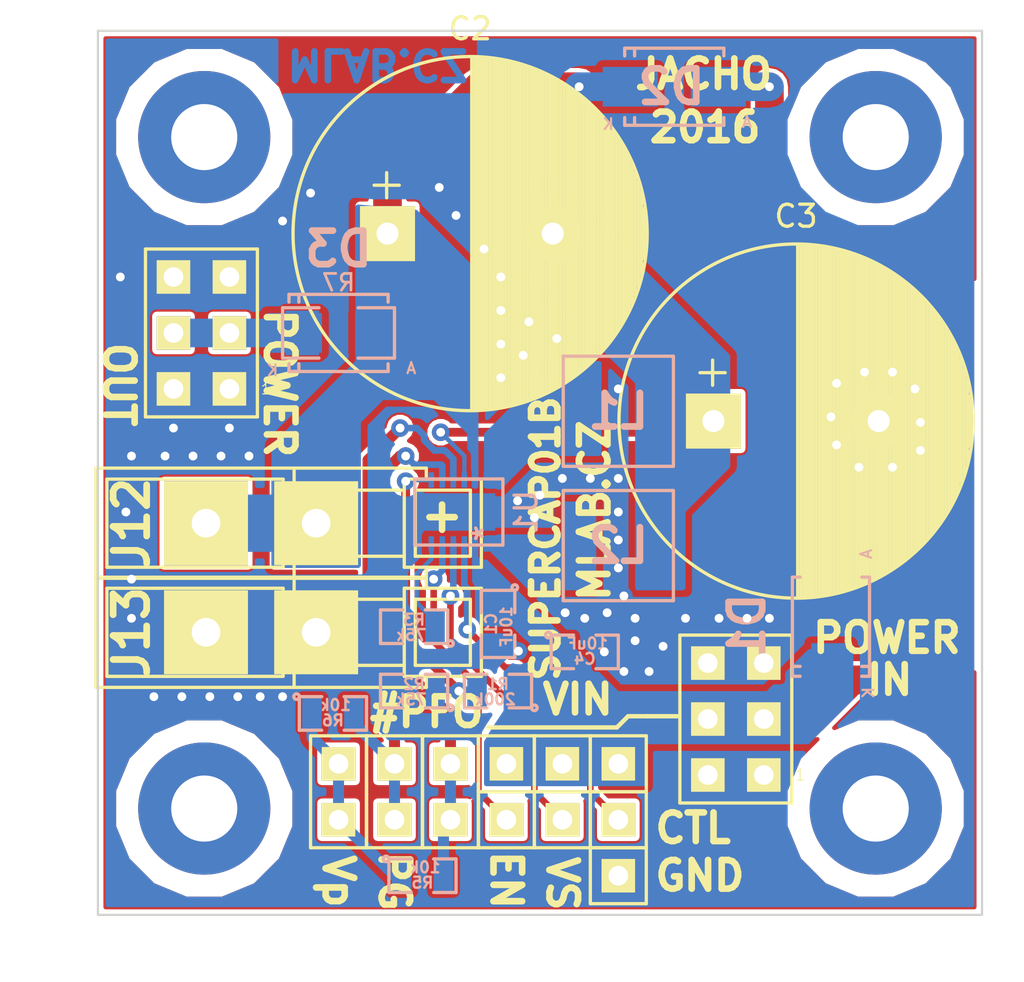
<source format=kicad_pcb>
(kicad_pcb (version 20160815) (host pcbnew "(2016-09-17 revision 679eef1)-makepkg")

  (general
    (links 64)
    (no_connects 0)
    (area 0.203999 -40.436001 40.436001 -0.203999)
    (thickness 1.6)
    (drawings 26)
    (tracks 271)
    (zones 0)
    (modules 34)
    (nets 16)
  )

  (page A4)
  (layers
    (0 F.Cu signal)
    (31 B.Cu signal)
    (32 B.Adhes user)
    (33 F.Adhes user)
    (34 B.Paste user)
    (35 F.Paste user)
    (36 B.SilkS user)
    (37 F.SilkS user)
    (38 B.Mask user)
    (39 F.Mask user)
    (40 Dwgs.User user)
    (41 Cmts.User user)
    (42 Eco1.User user)
    (43 Eco2.User user)
    (44 Edge.Cuts user)
    (45 Margin user)
    (46 B.CrtYd user)
    (47 F.CrtYd user)
    (48 B.Fab user)
    (49 F.Fab user)
  )

  (setup
    (last_trace_width 0.2)
    (user_trace_width 0.2)
    (user_trace_width 0.3)
    (user_trace_width 0.4)
    (user_trace_width 0.5)
    (user_trace_width 0.6)
    (user_trace_width 1.3)
    (user_trace_width 2.6)
    (trace_clearance 0.2)
    (zone_clearance 0.2)
    (zone_45_only yes)
    (trace_min 0.2)
    (segment_width 0.2)
    (edge_width 0.1)
    (via_size 0.8)
    (via_drill 0.4)
    (via_min_size 0.7)
    (via_min_drill 0.3)
    (uvia_size 0.3)
    (uvia_drill 0.1)
    (uvias_allowed no)
    (uvia_min_size 0.3)
    (uvia_min_drill 0.1)
    (pcb_text_width 0.3)
    (pcb_text_size 1.5 1.5)
    (mod_edge_width 0.15)
    (mod_text_size 1 1)
    (mod_text_width 0.15)
    (pad_size 6 6)
    (pad_drill 3)
    (pad_to_mask_clearance 0.12)
    (solder_mask_min_width 0.1)
    (aux_axis_origin 0 0)
    (visible_elements 7FFFFF7F)
    (pcbplotparams
      (layerselection 0x010e0_80000001)
      (usegerberextensions false)
      (excludeedgelayer true)
      (linewidth 0.500000)
      (plotframeref false)
      (viasonmask false)
      (mode 1)
      (useauxorigin false)
      (hpglpennumber 1)
      (hpglpenspeed 20)
      (hpglpendiameter 15)
      (psnegative false)
      (psa4output false)
      (plotreference true)
      (plotvalue true)
      (plotinvisibletext false)
      (padsonsilk false)
      (subtractmaskfromsilk false)
      (outputformat 1)
      (mirror false)
      (drillshape 0)
      (scaleselection 1)
      (outputdirectory ../CAM_PROFI/))
  )

  (net 0 "")
  (net 1 /VIN)
  (net 2 GND)
  (net 3 "Net-(C2-Pad2)")
  (net 4 /CTL)
  (net 5 /EN)
  (net 6 /VSEL)
  (net 7 /#PFO)
  (net 8 /PG)
  (net 9 "Net-(L1-Pad1)")
  (net 10 "Net-(L2-Pad1)")
  (net 11 "Net-(R1-Pad2)")
  (net 12 /OUT)
  (net 13 "Net-(D3-Pad1)")
  (net 14 /Vpull-up)
  (net 15 "Net-(R3-Pad1)")

  (net_class Default "Toto je výchozí třída sítě."
    (clearance 0.2)
    (trace_width 0.3)
    (via_dia 0.8)
    (via_drill 0.4)
    (uvia_dia 0.3)
    (uvia_drill 0.1)
    (diff_pair_gap 0.25)
    (diff_pair_width 0.2)
    (add_net /#PFO)
    (add_net /CTL)
    (add_net /EN)
    (add_net /OUT)
    (add_net /PG)
    (add_net /VSEL)
    (add_net /Vpull-up)
    (add_net GND)
    (add_net "Net-(C2-Pad2)")
    (add_net "Net-(D3-Pad1)")
    (add_net "Net-(L1-Pad1)")
    (add_net "Net-(L2-Pad1)")
    (add_net "Net-(R1-Pad2)")
    (add_net "Net-(R3-Pad1)")
  )

  (net_class Vin ""
    (clearance 0.2)
    (trace_width 0.2)
    (via_dia 0.8)
    (via_drill 0.4)
    (uvia_dia 0.3)
    (uvia_drill 0.1)
    (diff_pair_gap 0.25)
    (diff_pair_width 0.2)
    (add_net /VIN)
  )

  (module Mlab_Pin_Headers:Straight_2x01 (layer F.Cu) (tedit 57EA0E5C) (tstamp 57EA06BA)
    (at 11.176 -5.842 90)
    (descr "pin header straight 2x01")
    (tags "pin header straight 2x01")
    (path /57EADC82)
    (fp_text reference J14 (at 0 -2.54 90) (layer F.SilkS) hide
      (effects (font (size 1.5 1.5) (thickness 0.15)))
    )
    (fp_text value JUMP_2x1 (at 0 2.54 90) (layer F.SilkS) hide
      (effects (font (size 1.5 1.5) (thickness 0.15)))
    )
    (fp_line (start -2.54 1.27) (end -2.54 -1.27) (layer F.SilkS) (width 0.15))
    (fp_line (start 2.54 1.27) (end -2.54 1.27) (layer F.SilkS) (width 0.15))
    (fp_line (start 2.54 -1.27) (end 2.54 1.27) (layer F.SilkS) (width 0.15))
    (fp_line (start -2.54 -1.27) (end 2.54 -1.27) (layer F.SilkS) (width 0.15))
    (pad 2 thru_hole rect (at 1.27 0 90) (size 1.524 1.524) (drill 0.889) (layers *.Cu *.Mask F.SilkS)
      (net 14 /Vpull-up))
    (pad 1 thru_hole rect (at -1.27 0 90) (size 1.524 1.524) (drill 0.889) (layers *.Cu *.Mask F.SilkS)
      (net 14 /Vpull-up))
    (model Pin_Headers/Pin_Header_Straight_2x01.wrl
      (at (xyz 0 0 0))
      (scale (xyz 1 1 1))
      (rotate (xyz 0 0 90))
    )
  )

  (module Mlab_C:C_Radial_D16_L25_P7.5 (layer F.Cu) (tedit 57EA0E5C) (tstamp 56EFD402)
    (at 13.3985 -31.1785)
    (descr "Radial Electrolytic Capacitor Diameter 16mm x Length 25mm, Pitch 7.5mm")
    (tags "Electrolytic Capacitor")
    (path /56E875AF)
    (fp_text reference C2 (at 3.75 -9.3) (layer F.SilkS)
      (effects (font (size 1 1) (thickness 0.15)))
    )
    (fp_text value 22F (at 3.75 9.3) (layer F.Fab)
      (effects (font (size 1 1) (thickness 0.15)))
    )
    (fp_circle (center 3.75 0) (end 3.75 -8.3) (layer F.CrtYd) (width 0.05))
    (fp_circle (center 3.75 0) (end 3.75 -8.0375) (layer F.SilkS) (width 0.15))
    (fp_circle (center 7.5 0) (end 7.5 -1) (layer F.SilkS) (width 0.15))
    (fp_line (start 11.665 -1.163) (end 11.665 1.163) (layer F.SilkS) (width 0.15))
    (fp_line (start 11.525 -1.884) (end 11.525 1.884) (layer F.SilkS) (width 0.15))
    (fp_line (start 11.385 -2.389) (end 11.385 2.389) (layer F.SilkS) (width 0.15))
    (fp_line (start 11.245 -2.797) (end 11.245 2.797) (layer F.SilkS) (width 0.15))
    (fp_line (start 11.105 -3.147) (end 11.105 3.147) (layer F.SilkS) (width 0.15))
    (fp_line (start 10.965 -3.456) (end 10.965 3.456) (layer F.SilkS) (width 0.15))
    (fp_line (start 10.825 -3.734) (end 10.825 3.734) (layer F.SilkS) (width 0.15))
    (fp_line (start 10.685 -3.988) (end 10.685 3.988) (layer F.SilkS) (width 0.15))
    (fp_line (start 10.545 -4.222) (end 10.545 4.222) (layer F.SilkS) (width 0.15))
    (fp_line (start 10.405 -4.44) (end 10.405 4.44) (layer F.SilkS) (width 0.15))
    (fp_line (start 10.265 -4.643) (end 10.265 4.643) (layer F.SilkS) (width 0.15))
    (fp_line (start 10.125 -4.833) (end 10.125 4.833) (layer F.SilkS) (width 0.15))
    (fp_line (start 9.985 -5.012) (end 9.985 5.012) (layer F.SilkS) (width 0.15))
    (fp_line (start 9.845 -5.182) (end 9.845 5.182) (layer F.SilkS) (width 0.15))
    (fp_line (start 9.705 -5.342) (end 9.705 5.342) (layer F.SilkS) (width 0.15))
    (fp_line (start 9.565 -5.494) (end 9.565 5.494) (layer F.SilkS) (width 0.15))
    (fp_line (start 9.425 -5.639) (end 9.425 5.639) (layer F.SilkS) (width 0.15))
    (fp_line (start 9.285 -5.776) (end 9.285 5.776) (layer F.SilkS) (width 0.15))
    (fp_line (start 9.145 -5.907) (end 9.145 5.907) (layer F.SilkS) (width 0.15))
    (fp_line (start 9.005 -6.032) (end 9.005 6.032) (layer F.SilkS) (width 0.15))
    (fp_line (start 8.865 -6.151) (end 8.865 6.151) (layer F.SilkS) (width 0.15))
    (fp_line (start 8.725 -6.265) (end 8.725 6.265) (layer F.SilkS) (width 0.15))
    (fp_line (start 8.585 -6.374) (end 8.585 6.374) (layer F.SilkS) (width 0.15))
    (fp_line (start 8.445 0.327) (end 8.445 6.477) (layer F.SilkS) (width 0.15))
    (fp_line (start 8.445 -6.477) (end 8.445 -0.327) (layer F.SilkS) (width 0.15))
    (fp_line (start 8.305 0.593) (end 8.305 6.577) (layer F.SilkS) (width 0.15))
    (fp_line (start 8.305 -6.577) (end 8.305 -0.593) (layer F.SilkS) (width 0.15))
    (fp_line (start 8.165 0.747) (end 8.165 6.671) (layer F.SilkS) (width 0.15))
    (fp_line (start 8.165 -6.671) (end 8.165 -0.747) (layer F.SilkS) (width 0.15))
    (fp_line (start 8.025 0.851) (end 8.025 6.762) (layer F.SilkS) (width 0.15))
    (fp_line (start 8.025 -6.762) (end 8.025 -0.851) (layer F.SilkS) (width 0.15))
    (fp_line (start 7.885 0.923) (end 7.885 6.848) (layer F.SilkS) (width 0.15))
    (fp_line (start 7.885 -6.848) (end 7.885 -0.923) (layer F.SilkS) (width 0.15))
    (fp_line (start 7.745 0.97) (end 7.745 6.931) (layer F.SilkS) (width 0.15))
    (fp_line (start 7.745 -6.931) (end 7.745 -0.97) (layer F.SilkS) (width 0.15))
    (fp_line (start 7.605 0.994) (end 7.605 7.01) (layer F.SilkS) (width 0.15))
    (fp_line (start 7.605 -7.01) (end 7.605 -0.994) (layer F.SilkS) (width 0.15))
    (fp_line (start 7.465 0.999) (end 7.465 7.085) (layer F.SilkS) (width 0.15))
    (fp_line (start 7.465 -7.085) (end 7.465 -0.999) (layer F.SilkS) (width 0.15))
    (fp_line (start 7.325 0.985) (end 7.325 7.157) (layer F.SilkS) (width 0.15))
    (fp_line (start 7.325 -7.157) (end 7.325 -0.985) (layer F.SilkS) (width 0.15))
    (fp_line (start 7.185 0.949) (end 7.185 7.225) (layer F.SilkS) (width 0.15))
    (fp_line (start 7.185 -7.225) (end 7.185 -0.949) (layer F.SilkS) (width 0.15))
    (fp_line (start 7.045 0.89) (end 7.045 7.29) (layer F.SilkS) (width 0.15))
    (fp_line (start 7.045 -7.29) (end 7.045 -0.89) (layer F.SilkS) (width 0.15))
    (fp_line (start 6.905 0.804) (end 6.905 7.352) (layer F.SilkS) (width 0.15))
    (fp_line (start 6.905 -7.352) (end 6.905 -0.804) (layer F.SilkS) (width 0.15))
    (fp_line (start 6.765 0.678) (end 6.765 7.41) (layer F.SilkS) (width 0.15))
    (fp_line (start 6.765 -7.41) (end 6.765 -0.678) (layer F.SilkS) (width 0.15))
    (fp_line (start 6.625 0.484) (end 6.625 7.466) (layer F.SilkS) (width 0.15))
    (fp_line (start 6.625 -7.466) (end 6.625 -0.484) (layer F.SilkS) (width 0.15))
    (fp_line (start 6.485 -7.518) (end 6.485 7.518) (layer F.SilkS) (width 0.15))
    (fp_line (start 6.345 -7.567) (end 6.345 7.567) (layer F.SilkS) (width 0.15))
    (fp_line (start 6.205 -7.614) (end 6.205 7.614) (layer F.SilkS) (width 0.15))
    (fp_line (start 6.065 -7.658) (end 6.065 7.658) (layer F.SilkS) (width 0.15))
    (fp_line (start 5.925 -7.699) (end 5.925 7.699) (layer F.SilkS) (width 0.15))
    (fp_line (start 5.785 -7.737) (end 5.785 7.737) (layer F.SilkS) (width 0.15))
    (fp_line (start 5.645 -7.772) (end 5.645 7.772) (layer F.SilkS) (width 0.15))
    (fp_line (start 5.505 -7.805) (end 5.505 7.805) (layer F.SilkS) (width 0.15))
    (fp_line (start 5.365 -7.835) (end 5.365 7.835) (layer F.SilkS) (width 0.15))
    (fp_line (start 5.225 -7.863) (end 5.225 7.863) (layer F.SilkS) (width 0.15))
    (fp_line (start 5.085 -7.888) (end 5.085 7.888) (layer F.SilkS) (width 0.15))
    (fp_line (start 4.945 -7.91) (end 4.945 7.91) (layer F.SilkS) (width 0.15))
    (fp_line (start 4.805 -7.93) (end 4.805 7.93) (layer F.SilkS) (width 0.15))
    (fp_line (start 4.665 -7.948) (end 4.665 7.948) (layer F.SilkS) (width 0.15))
    (fp_line (start 4.525 -7.962) (end 4.525 7.962) (layer F.SilkS) (width 0.15))
    (fp_line (start 4.385 -7.975) (end 4.385 7.975) (layer F.SilkS) (width 0.15))
    (fp_line (start 4.245 -7.985) (end 4.245 7.985) (layer F.SilkS) (width 0.15))
    (fp_line (start 4.105 -7.992) (end 4.105 7.992) (layer F.SilkS) (width 0.15))
    (fp_line (start 3.965 -7.997) (end 3.965 7.997) (layer F.SilkS) (width 0.15))
    (fp_line (start 3.825 -8) (end 3.825 8) (layer F.SilkS) (width 0.15))
    (fp_text user + (at -0.0381 -2.3114) (layer F.SilkS)
      (effects (font (size 1.5 1.5) (thickness 0.15)))
    )
    (pad 2 thru_hole circle (at 7.5 0) (size 2.5 2.5) (drill 1) (layers *.Cu *.Mask F.SilkS)
      (net 3 "Net-(C2-Pad2)"))
    (pad 1 thru_hole rect (at 0 0) (size 2.5 2.5) (drill 1) (layers *.Cu *.Mask F.SilkS)
      (net 12 /OUT))
    (model Capacitors_ThroughHole.3dshapes/C_Radial_D16_L25_P7.5.wrl
      (at (xyz 0.1476378 0 0))
      (scale (xyz 1 1 1))
      (rotate (xyz 0 0 90))
    )
  )

  (module Mlab_C:C_Radial_D16_L25_P7.5 (layer F.Cu) (tedit 57EA0E5C) (tstamp 56EFD453)
    (at 28.194 -22.6695)
    (descr "Radial Electrolytic Capacitor Diameter 16mm x Length 25mm, Pitch 7.5mm")
    (tags "Electrolytic Capacitor")
    (path /56E812E5)
    (fp_text reference C3 (at 3.75 -9.3) (layer F.SilkS)
      (effects (font (size 1 1) (thickness 0.15)))
    )
    (fp_text value 22F (at 3.75 9.3) (layer F.Fab)
      (effects (font (size 1 1) (thickness 0.15)))
    )
    (fp_circle (center 3.75 0) (end 3.75 -8.3) (layer F.CrtYd) (width 0.05))
    (fp_circle (center 3.75 0) (end 3.75 -8.0375) (layer F.SilkS) (width 0.15))
    (fp_circle (center 7.5 0) (end 7.5 -1) (layer F.SilkS) (width 0.15))
    (fp_line (start 11.665 -1.163) (end 11.665 1.163) (layer F.SilkS) (width 0.15))
    (fp_line (start 11.525 -1.884) (end 11.525 1.884) (layer F.SilkS) (width 0.15))
    (fp_line (start 11.385 -2.389) (end 11.385 2.389) (layer F.SilkS) (width 0.15))
    (fp_line (start 11.245 -2.797) (end 11.245 2.797) (layer F.SilkS) (width 0.15))
    (fp_line (start 11.105 -3.147) (end 11.105 3.147) (layer F.SilkS) (width 0.15))
    (fp_line (start 10.965 -3.456) (end 10.965 3.456) (layer F.SilkS) (width 0.15))
    (fp_line (start 10.825 -3.734) (end 10.825 3.734) (layer F.SilkS) (width 0.15))
    (fp_line (start 10.685 -3.988) (end 10.685 3.988) (layer F.SilkS) (width 0.15))
    (fp_line (start 10.545 -4.222) (end 10.545 4.222) (layer F.SilkS) (width 0.15))
    (fp_line (start 10.405 -4.44) (end 10.405 4.44) (layer F.SilkS) (width 0.15))
    (fp_line (start 10.265 -4.643) (end 10.265 4.643) (layer F.SilkS) (width 0.15))
    (fp_line (start 10.125 -4.833) (end 10.125 4.833) (layer F.SilkS) (width 0.15))
    (fp_line (start 9.985 -5.012) (end 9.985 5.012) (layer F.SilkS) (width 0.15))
    (fp_line (start 9.845 -5.182) (end 9.845 5.182) (layer F.SilkS) (width 0.15))
    (fp_line (start 9.705 -5.342) (end 9.705 5.342) (layer F.SilkS) (width 0.15))
    (fp_line (start 9.565 -5.494) (end 9.565 5.494) (layer F.SilkS) (width 0.15))
    (fp_line (start 9.425 -5.639) (end 9.425 5.639) (layer F.SilkS) (width 0.15))
    (fp_line (start 9.285 -5.776) (end 9.285 5.776) (layer F.SilkS) (width 0.15))
    (fp_line (start 9.145 -5.907) (end 9.145 5.907) (layer F.SilkS) (width 0.15))
    (fp_line (start 9.005 -6.032) (end 9.005 6.032) (layer F.SilkS) (width 0.15))
    (fp_line (start 8.865 -6.151) (end 8.865 6.151) (layer F.SilkS) (width 0.15))
    (fp_line (start 8.725 -6.265) (end 8.725 6.265) (layer F.SilkS) (width 0.15))
    (fp_line (start 8.585 -6.374) (end 8.585 6.374) (layer F.SilkS) (width 0.15))
    (fp_line (start 8.445 0.327) (end 8.445 6.477) (layer F.SilkS) (width 0.15))
    (fp_line (start 8.445 -6.477) (end 8.445 -0.327) (layer F.SilkS) (width 0.15))
    (fp_line (start 8.305 0.593) (end 8.305 6.577) (layer F.SilkS) (width 0.15))
    (fp_line (start 8.305 -6.577) (end 8.305 -0.593) (layer F.SilkS) (width 0.15))
    (fp_line (start 8.165 0.747) (end 8.165 6.671) (layer F.SilkS) (width 0.15))
    (fp_line (start 8.165 -6.671) (end 8.165 -0.747) (layer F.SilkS) (width 0.15))
    (fp_line (start 8.025 0.851) (end 8.025 6.762) (layer F.SilkS) (width 0.15))
    (fp_line (start 8.025 -6.762) (end 8.025 -0.851) (layer F.SilkS) (width 0.15))
    (fp_line (start 7.885 0.923) (end 7.885 6.848) (layer F.SilkS) (width 0.15))
    (fp_line (start 7.885 -6.848) (end 7.885 -0.923) (layer F.SilkS) (width 0.15))
    (fp_line (start 7.745 0.97) (end 7.745 6.931) (layer F.SilkS) (width 0.15))
    (fp_line (start 7.745 -6.931) (end 7.745 -0.97) (layer F.SilkS) (width 0.15))
    (fp_line (start 7.605 0.994) (end 7.605 7.01) (layer F.SilkS) (width 0.15))
    (fp_line (start 7.605 -7.01) (end 7.605 -0.994) (layer F.SilkS) (width 0.15))
    (fp_line (start 7.465 0.999) (end 7.465 7.085) (layer F.SilkS) (width 0.15))
    (fp_line (start 7.465 -7.085) (end 7.465 -0.999) (layer F.SilkS) (width 0.15))
    (fp_line (start 7.325 0.985) (end 7.325 7.157) (layer F.SilkS) (width 0.15))
    (fp_line (start 7.325 -7.157) (end 7.325 -0.985) (layer F.SilkS) (width 0.15))
    (fp_line (start 7.185 0.949) (end 7.185 7.225) (layer F.SilkS) (width 0.15))
    (fp_line (start 7.185 -7.225) (end 7.185 -0.949) (layer F.SilkS) (width 0.15))
    (fp_line (start 7.045 0.89) (end 7.045 7.29) (layer F.SilkS) (width 0.15))
    (fp_line (start 7.045 -7.29) (end 7.045 -0.89) (layer F.SilkS) (width 0.15))
    (fp_line (start 6.905 0.804) (end 6.905 7.352) (layer F.SilkS) (width 0.15))
    (fp_line (start 6.905 -7.352) (end 6.905 -0.804) (layer F.SilkS) (width 0.15))
    (fp_line (start 6.765 0.678) (end 6.765 7.41) (layer F.SilkS) (width 0.15))
    (fp_line (start 6.765 -7.41) (end 6.765 -0.678) (layer F.SilkS) (width 0.15))
    (fp_line (start 6.625 0.484) (end 6.625 7.466) (layer F.SilkS) (width 0.15))
    (fp_line (start 6.625 -7.466) (end 6.625 -0.484) (layer F.SilkS) (width 0.15))
    (fp_line (start 6.485 -7.518) (end 6.485 7.518) (layer F.SilkS) (width 0.15))
    (fp_line (start 6.345 -7.567) (end 6.345 7.567) (layer F.SilkS) (width 0.15))
    (fp_line (start 6.205 -7.614) (end 6.205 7.614) (layer F.SilkS) (width 0.15))
    (fp_line (start 6.065 -7.658) (end 6.065 7.658) (layer F.SilkS) (width 0.15))
    (fp_line (start 5.925 -7.699) (end 5.925 7.699) (layer F.SilkS) (width 0.15))
    (fp_line (start 5.785 -7.737) (end 5.785 7.737) (layer F.SilkS) (width 0.15))
    (fp_line (start 5.645 -7.772) (end 5.645 7.772) (layer F.SilkS) (width 0.15))
    (fp_line (start 5.505 -7.805) (end 5.505 7.805) (layer F.SilkS) (width 0.15))
    (fp_line (start 5.365 -7.835) (end 5.365 7.835) (layer F.SilkS) (width 0.15))
    (fp_line (start 5.225 -7.863) (end 5.225 7.863) (layer F.SilkS) (width 0.15))
    (fp_line (start 5.085 -7.888) (end 5.085 7.888) (layer F.SilkS) (width 0.15))
    (fp_line (start 4.945 -7.91) (end 4.945 7.91) (layer F.SilkS) (width 0.15))
    (fp_line (start 4.805 -7.93) (end 4.805 7.93) (layer F.SilkS) (width 0.15))
    (fp_line (start 4.665 -7.948) (end 4.665 7.948) (layer F.SilkS) (width 0.15))
    (fp_line (start 4.525 -7.962) (end 4.525 7.962) (layer F.SilkS) (width 0.15))
    (fp_line (start 4.385 -7.975) (end 4.385 7.975) (layer F.SilkS) (width 0.15))
    (fp_line (start 4.245 -7.985) (end 4.245 7.985) (layer F.SilkS) (width 0.15))
    (fp_line (start 4.105 -7.992) (end 4.105 7.992) (layer F.SilkS) (width 0.15))
    (fp_line (start 3.965 -7.997) (end 3.965 7.997) (layer F.SilkS) (width 0.15))
    (fp_line (start 3.825 -8) (end 3.825 8) (layer F.SilkS) (width 0.15))
    (fp_text user + (at -0.0381 -2.3114) (layer F.SilkS)
      (effects (font (size 1.5 1.5) (thickness 0.15)))
    )
    (pad 2 thru_hole circle (at 7.5 0) (size 2.5 2.5) (drill 1) (layers *.Cu *.Mask F.SilkS)
      (net 2 GND))
    (pad 1 thru_hole rect (at 0 0) (size 2.5 2.5) (drill 1) (layers *.Cu *.Mask F.SilkS)
      (net 3 "Net-(C2-Pad2)"))
    (model Capacitors_ThroughHole.3dshapes/C_Radial_D16_L25_P7.5.wrl
      (at (xyz 0.1476378 0 0))
      (scale (xyz 1 1 1))
      (rotate (xyz 0 0 90))
    )
  )

  (module Mlab_D:SMA_Standard (layer B.Cu) (tedit 57EA0E5C) (tstamp 56EBC5A6)
    (at 33.528 -13.335 270)
    (descr "Diode SMA")
    (tags "Diode SMA")
    (path /56E8111C)
    (attr smd)
    (fp_text reference D1 (at 0 3.81 270) (layer B.SilkS)
      (effects (font (thickness 0.3048)) (justify mirror))
    )
    (fp_text value M4 (at 0 -3.81 270) (layer B.SilkS) hide
      (effects (font (thickness 0.3048)) (justify mirror))
    )
    (fp_line (start -2.25044 1.75006) (end 2.25044 1.75006) (layer B.SilkS) (width 0.15))
    (fp_line (start -2.25044 -1.75006) (end 2.25044 -1.75006) (layer B.SilkS) (width 0.15))
    (fp_line (start 2.25044 1.75006) (end 2.25044 1.39954) (layer B.SilkS) (width 0.15))
    (fp_line (start -2.25044 1.75006) (end -2.25044 1.39954) (layer B.SilkS) (width 0.15))
    (fp_line (start -2.25044 -1.75006) (end -2.25044 -1.39954) (layer B.SilkS) (width 0.15))
    (fp_line (start 2.25044 -1.75006) (end 2.25044 -1.39954) (layer B.SilkS) (width 0.15))
    (fp_line (start 1.80086 1.75006) (end 1.80086 1.39954) (layer B.SilkS) (width 0.15))
    (fp_line (start 1.80086 -1.75006) (end 1.80086 -1.39954) (layer B.SilkS) (width 0.15))
    (fp_circle (center 0 0) (end 0.20066 0.0508) (layer B.Adhes) (width 0.381))
    (fp_text user K (at 2.99974 -1.69926 270) (layer B.SilkS)
      (effects (font (size 0.50038 0.50038) (thickness 0.09906)) (justify mirror))
    )
    (fp_text user A (at -3.29946 -1.6002 270) (layer B.SilkS)
      (effects (font (size 0.50038 0.50038) (thickness 0.09906)) (justify mirror))
    )
    (pad 2 smd rect (at -1.99898 0 270) (size 2.49936 1.80086) (layers B.Cu B.Paste B.Mask)
      (net 2 GND))
    (pad 1 smd rect (at 1.99898 0 270) (size 2.49936 1.80086) (layers B.Cu B.Paste B.Mask)
      (net 1 /VIN))
    (model MLAB_3D/Diodes/SMA.wrl
      (at (xyz 0 0 0))
      (scale (xyz 0.3937 0.3937 0.3937))
      (rotate (xyz 0 0 0))
    )
  )

  (module Mlab_CON:WAGO256 (layer F.Cu) (tedit 57EA0E5C) (tstamp 56EBD757)
    (at 7.62 -13.081)
    (descr "WAGO-Series 236, 2Stift, 1pol, RM 5mm,")
    (tags "WAGO-Series 236, 2Stift, 1pol, RM 5mm, Anreibare Leiterplattenklemme")
    (path /56EBF84C)
    (fp_text reference J13 (at -5.842 0 90) (layer F.SilkS)
      (effects (font (thickness 0.3048)))
    )
    (fp_text value CONN1_1 (at 0.254 4.064) (layer F.SilkS) hide
      (effects (font (thickness 0.3048)))
    )
    (fp_line (start -7.46 -2.5) (end 1.54 -2.5) (layer F.SilkS) (width 0.15))
    (fp_line (start 1.54 2.5) (end -7.46 2.5) (layer F.SilkS) (width 0.15))
    (fp_line (start 1.54 -2.5) (end 7.54 -2.5) (layer F.SilkS) (width 0.15))
    (fp_line (start -6.9601 -2) (end 1.0399 -2) (layer F.SilkS) (width 0.15))
    (fp_line (start 3.54 -1.5) (end 6.54 -1.5) (layer F.SilkS) (width 0.15))
    (fp_line (start 1.54 2.5) (end 7.54 2.5) (layer F.SilkS) (width 0.15))
    (fp_line (start -6.9601 2) (end 1.0399 2) (layer F.SilkS) (width 0.15))
    (fp_line (start 3.54 1.5) (end 6.54 1.5) (layer F.SilkS) (width 0.15))
    (fp_line (start 6.54 -2) (end 10.041 -2) (layer F.SilkS) (width 0.15))
    (fp_line (start 7.0401 -1.5) (end 9.54 -1.5) (layer F.SilkS) (width 0.15))
    (fp_line (start 1.0399 -1) (end 1.54 -1) (layer F.SilkS) (width 0.15))
    (fp_line (start 6.54 2) (end 10.0401 2) (layer F.SilkS) (width 0.15))
    (fp_line (start 7.0401 1.5) (end 9.54 1.5) (layer F.SilkS) (width 0.15))
    (fp_line (start 1.0399 1) (end 1.54 1) (layer F.SilkS) (width 0.15))
    (fp_line (start -6.9601 2) (end -6.9601 -2) (layer F.SilkS) (width 0.15))
    (fp_line (start 1.0399 -2) (end 1.0399 2) (layer F.SilkS) (width 0.15))
    (fp_line (start 3.54 1.5001) (end 3.54 -1.5001) (layer F.SilkS) (width 0.15))
    (fp_line (start 6.54 -2) (end 6.54 2) (layer F.SilkS) (width 0.15))
    (fp_line (start 10.0401 -2) (end 10.0401 2) (layer F.SilkS) (width 0.15))
    (fp_line (start 7.0401 1.501) (end 7.0401 -1.501) (layer F.SilkS) (width 0.15))
    (fp_line (start 9.54 1.501) (end 9.54 -1.501) (layer F.SilkS) (width 0.15))
    (fp_line (start -7.46 2.5001) (end -7.46 -2.5001) (layer F.SilkS) (width 0.15))
    (fp_line (start 1.54 2.5001) (end 1.54 -2.5001) (layer F.SilkS) (width 0.15))
    (fp_line (start 7.54 -2) (end 7.54 -2.5) (layer F.SilkS) (width 0.15))
    (fp_line (start 7.54 2.5) (end 7.54 2) (layer F.SilkS) (width 0.15))
    (pad 1 thru_hole rect (at 2.54 0 90) (size 3.81 3.81) (drill 1.3) (layers *.Cu *.Mask F.SilkS)
      (net 2 GND))
    (pad 1 thru_hole rect (at -2.46 0 90) (size 3.81 3.81) (drill 1.3) (layers *.Cu *.Mask F.SilkS)
      (net 2 GND))
  )

  (module Mlab_Mechanical:MountingHole_3mm placed (layer F.Cu) (tedit 57EA0E5C) (tstamp 56EBCD98)
    (at 5.08 -35.56)
    (descr "Mounting hole, Befestigungsbohrung, 3mm, No Annular, Kein Restring,")
    (tags "Mounting hole, Befestigungsbohrung, 3mm, No Annular, Kein Restring,")
    (path /56EBF2B1)
    (fp_text reference M1 (at 0 -4.191) (layer F.SilkS) hide
      (effects (font (thickness 0.3048)))
    )
    (fp_text value HOLE (at 0 4.191) (layer F.SilkS) hide
      (effects (font (thickness 0.3048)))
    )
    (fp_circle (center 0 0) (end 2.99974 0) (layer Cmts.User) (width 0.381))
    (pad 1 thru_hole circle (at 0 0) (size 6 6) (drill 3) (layers *.Cu *.Adhes *.Mask)
      (clearance 1) (zone_connect 2))
  )

  (module Mlab_Mechanical:MountingHole_3mm placed (layer F.Cu) (tedit 57EA0E5C) (tstamp 56EBCD9D)
    (at 35.56 -35.56)
    (descr "Mounting hole, Befestigungsbohrung, 3mm, No Annular, Kein Restring,")
    (tags "Mounting hole, Befestigungsbohrung, 3mm, No Annular, Kein Restring,")
    (path /56EBF563)
    (fp_text reference M2 (at 0 -4.191) (layer F.SilkS) hide
      (effects (font (thickness 0.3048)))
    )
    (fp_text value HOLE (at 0 4.191) (layer F.SilkS) hide
      (effects (font (thickness 0.3048)))
    )
    (fp_circle (center 0 0) (end 2.99974 0) (layer Cmts.User) (width 0.381))
    (pad 1 thru_hole circle (at 0 0) (size 6 6) (drill 3) (layers *.Cu *.Adhes *.Mask)
      (clearance 1) (zone_connect 2))
  )

  (module Mlab_Mechanical:MountingHole_3mm placed (layer F.Cu) (tedit 57EA0E5C) (tstamp 56EBCDA2)
    (at 35.56 -5.08)
    (descr "Mounting hole, Befestigungsbohrung, 3mm, No Annular, Kein Restring,")
    (tags "Mounting hole, Befestigungsbohrung, 3mm, No Annular, Kein Restring,")
    (path /56EBF4F9)
    (fp_text reference M3 (at 0 -4.191) (layer F.SilkS) hide
      (effects (font (thickness 0.3048)))
    )
    (fp_text value HOLE (at 0 4.191) (layer F.SilkS) hide
      (effects (font (thickness 0.3048)))
    )
    (fp_circle (center 0 0) (end 2.99974 0) (layer Cmts.User) (width 0.381))
    (pad 1 thru_hole circle (at 0 0) (size 6 6) (drill 3) (layers *.Cu *.Adhes *.Mask)
      (clearance 1) (zone_connect 2))
  )

  (module Mlab_Mechanical:MountingHole_3mm placed (layer F.Cu) (tedit 57EA0E5C) (tstamp 56EBCDA7)
    (at 5.08 -5.08)
    (descr "Mounting hole, Befestigungsbohrung, 3mm, No Annular, Kein Restring,")
    (tags "Mounting hole, Befestigungsbohrung, 3mm, No Annular, Kein Restring,")
    (path /56EBF5DC)
    (fp_text reference M4 (at 0 -4.191) (layer F.SilkS) hide
      (effects (font (thickness 0.3048)))
    )
    (fp_text value HOLE (at 0 4.191) (layer F.SilkS) hide
      (effects (font (thickness 0.3048)))
    )
    (fp_circle (center 0 0) (end 2.99974 0) (layer Cmts.User) (width 0.381))
    (pad 1 thru_hole circle (at 0 0) (size 6 6) (drill 3) (layers *.Cu *.Adhes *.Mask)
      (clearance 1) (zone_connect 2))
  )

  (module Mlab_IO:DFN-12-1EP_3x4mm_Pitch0.5mm (layer B.Cu) (tedit 57EA0E5C) (tstamp 56EBCDF3)
    (at 16.637 -18.542 90)
    (descr "DE/UE Package; 12-Lead Plastic DFN (4mm x 3mm) (see Linear Technology DFN_12_05-08-1695.pdf)")
    (tags "DFN 0.5")
    (path /56E80FC2)
    (attr smd)
    (fp_text reference U1 (at 0 3.05 90) (layer B.SilkS)
      (effects (font (size 1 1) (thickness 0.15)) (justify mirror))
    )
    (fp_text value LTC3625 (at 0 -3.05 90) (layer B.Fab)
      (effects (font (size 1 1) (thickness 0.15)) (justify mirror))
    )
    (fp_line (start -1.5 2) (end 1.5 2) (layer B.SilkS) (width 0.15))
    (fp_line (start -1.5 -2) (end 1.5 -2) (layer B.SilkS) (width 0.15))
    (fp_line (start -2.05 -2.3) (end 2.05 -2.3) (layer B.CrtYd) (width 0.05))
    (fp_line (start -2.05 2.3) (end 2.05 2.3) (layer B.CrtYd) (width 0.05))
    (fp_line (start 2.05 2.3) (end 2.05 -2.3) (layer B.CrtYd) (width 0.05))
    (fp_line (start -2.05 2.3) (end -2.05 -2.3) (layer B.CrtYd) (width 0.05))
    (fp_line (start -1.5 2) (end -1.5 -2) (layer B.SilkS) (width 0.15))
    (fp_line (start 1.5 2) (end 1.5 -2) (layer B.SilkS) (width 0.15))
    (fp_text user * (at -0.9652 1.1684 90) (layer B.SilkS)
      (effects (font (size 1 1) (thickness 0.15)) (justify mirror))
    )
    (pad 13 smd rect (at -0.425 1.2375 90) (size 0.85 0.825) (layers B.Cu B.Paste B.Mask)
      (net 2 GND) (solder_paste_margin_ratio -0.2))
    (pad 13 smd rect (at -0.425 0.4125 90) (size 0.85 0.825) (layers B.Cu B.Paste B.Mask)
      (net 2 GND) (solder_paste_margin_ratio -0.2))
    (pad 13 smd rect (at -0.425 -0.4125 90) (size 0.85 0.825) (layers B.Cu B.Paste B.Mask)
      (net 2 GND) (solder_paste_margin_ratio -0.2))
    (pad 13 smd rect (at -0.425 -1.2375 90) (size 0.85 0.825) (layers B.Cu B.Paste B.Mask)
      (net 2 GND) (solder_paste_margin_ratio -0.2))
    (pad 13 smd rect (at 0.425 1.2375 90) (size 0.85 0.825) (layers B.Cu B.Paste B.Mask)
      (net 2 GND) (solder_paste_margin_ratio -0.2))
    (pad 13 smd rect (at 0.425 0.4125 90) (size 0.85 0.825) (layers B.Cu B.Paste B.Mask)
      (net 2 GND) (solder_paste_margin_ratio -0.2))
    (pad 13 smd rect (at 0.425 -0.4125 90) (size 0.85 0.825) (layers B.Cu B.Paste B.Mask)
      (net 2 GND) (solder_paste_margin_ratio -0.2))
    (pad 13 smd rect (at 0.425 -1.2375 90) (size 0.85 0.825) (layers B.Cu B.Paste B.Mask)
      (net 2 GND) (solder_paste_margin_ratio -0.2))
    (pad 12 smd rect (at 1.45 1.25 90) (size 0.7 0.25) (layers B.Cu B.Paste B.Mask)
      (net 9 "Net-(L1-Pad1)"))
    (pad 11 smd rect (at 1.45 0.75 90) (size 0.7 0.25) (layers B.Cu B.Paste B.Mask)
      (net 12 /OUT))
    (pad 10 smd rect (at 1.45 0.25 90) (size 0.7 0.25) (layers B.Cu B.Paste B.Mask)
      (net 3 "Net-(C2-Pad2)"))
    (pad 9 smd rect (at 1.45 -0.25 90) (size 0.7 0.25) (layers B.Cu B.Paste B.Mask)
      (net 8 /PG))
    (pad 8 smd rect (at 1.45 -0.75 90) (size 0.7 0.25) (layers B.Cu B.Paste B.Mask)
      (net 7 /#PFO))
    (pad 7 smd rect (at 1.45 -1.25 90) (size 0.7 0.25) (layers B.Cu B.Paste B.Mask)
      (net 11 "Net-(R1-Pad2)"))
    (pad 6 smd rect (at -1.45 -1.25 90) (size 0.7 0.25) (layers B.Cu B.Paste B.Mask)
      (net 15 "Net-(R3-Pad1)"))
    (pad 5 smd rect (at -1.45 -0.75 90) (size 0.7 0.25) (layers B.Cu B.Paste B.Mask)
      (net 5 /EN))
    (pad 4 smd rect (at -1.45 -0.25 90) (size 0.7 0.25) (layers B.Cu B.Paste B.Mask)
      (net 6 /VSEL))
    (pad 3 smd rect (at -1.45 0.25 90) (size 0.7 0.25) (layers B.Cu B.Paste B.Mask)
      (net 4 /CTL))
    (pad 2 smd rect (at -1.45 0.75 90) (size 0.7 0.25) (layers B.Cu B.Paste B.Mask)
      (net 1 /VIN))
    (pad 1 smd rect (at -1.45 1.25 90) (size 0.7 0.25) (layers B.Cu B.Paste B.Mask)
      (net 10 "Net-(L2-Pad1)"))
    (model Housings_DFN_QFN.3dshapes/DFN-12-1EP_3x4mm_Pitch0.5mm.wrl
      (at (xyz 0 0 0))
      (scale (xyz 1 1 1))
      (rotate (xyz 0 0 0))
    )
  )

  (module Mlab_R:SMD-0805 (layer B.Cu) (tedit 57EA0E5C) (tstamp 56EBC728)
    (at 18.415 -13.462 270)
    (path /56E8119A)
    (attr smd)
    (fp_text reference C1 (at 0 0.3175 270) (layer B.SilkS)
      (effects (font (size 0.50038 0.50038) (thickness 0.10922)) (justify mirror))
    )
    (fp_text value 10uF (at 0.127 -0.381 270) (layer B.SilkS)
      (effects (font (size 0.50038 0.50038) (thickness 0.10922)) (justify mirror))
    )
    (fp_line (start 1.524 -0.762) (end 0.508 -0.762) (layer B.SilkS) (width 0.15))
    (fp_line (start 1.524 0.762) (end 1.524 -0.762) (layer B.SilkS) (width 0.15))
    (fp_line (start 0.508 0.762) (end 1.524 0.762) (layer B.SilkS) (width 0.15))
    (fp_line (start -1.524 0.762) (end -0.508 0.762) (layer B.SilkS) (width 0.15))
    (fp_line (start -1.524 -0.762) (end -1.524 0.762) (layer B.SilkS) (width 0.15))
    (fp_line (start -0.508 -0.762) (end -1.524 -0.762) (layer B.SilkS) (width 0.15))
    (fp_circle (center -1.651 -0.762) (end -1.651 -0.635) (layer B.SilkS) (width 0.15))
    (pad 2 smd rect (at 0.9525 0 270) (size 0.889 1.397) (layers B.Cu B.Paste B.Mask)
      (net 2 GND))
    (pad 1 smd rect (at -0.9525 0 270) (size 0.889 1.397) (layers B.Cu B.Paste B.Mask)
      (net 1 /VIN))
    (model MLAB_3D/Resistors/chip_cms.wrl
      (at (xyz 0 0 0))
      (scale (xyz 0.1 0.1 0.1))
      (rotate (xyz 0 0 0))
    )
  )

  (module Mlab_R:SMD-0805 (layer B.Cu) (tedit 57EA0E5C) (tstamp 56EBC735)
    (at 18.415 -10.414 180)
    (path /56E85082)
    (attr smd)
    (fp_text reference R1 (at 0 0.3175 180) (layer B.SilkS)
      (effects (font (size 0.50038 0.50038) (thickness 0.10922)) (justify mirror))
    )
    (fp_text value 200k (at 0.127 -0.381 180) (layer B.SilkS)
      (effects (font (size 0.50038 0.50038) (thickness 0.10922)) (justify mirror))
    )
    (fp_line (start 1.524 -0.762) (end 0.508 -0.762) (layer B.SilkS) (width 0.15))
    (fp_line (start 1.524 0.762) (end 1.524 -0.762) (layer B.SilkS) (width 0.15))
    (fp_line (start 0.508 0.762) (end 1.524 0.762) (layer B.SilkS) (width 0.15))
    (fp_line (start -1.524 0.762) (end -0.508 0.762) (layer B.SilkS) (width 0.15))
    (fp_line (start -1.524 -0.762) (end -1.524 0.762) (layer B.SilkS) (width 0.15))
    (fp_line (start -0.508 -0.762) (end -1.524 -0.762) (layer B.SilkS) (width 0.15))
    (fp_circle (center -1.651 -0.762) (end -1.651 -0.635) (layer B.SilkS) (width 0.15))
    (pad 2 smd rect (at 0.9525 0 180) (size 0.889 1.397) (layers B.Cu B.Paste B.Mask)
      (net 11 "Net-(R1-Pad2)"))
    (pad 1 smd rect (at -0.9525 0 180) (size 0.889 1.397) (layers B.Cu B.Paste B.Mask)
      (net 1 /VIN))
    (model MLAB_3D/Resistors/chip_cms.wrl
      (at (xyz 0 0 0))
      (scale (xyz 0.1 0.1 0.1))
      (rotate (xyz 0 0 0))
    )
  )

  (module Mlab_R:SMD-0805 (layer B.Cu) (tedit 57EA0E5C) (tstamp 56EBC742)
    (at 14.605 -10.414 180)
    (path /56E84F85)
    (attr smd)
    (fp_text reference R2 (at 0 0.3175 180) (layer B.SilkS)
      (effects (font (size 0.50038 0.50038) (thickness 0.10922)) (justify mirror))
    )
    (fp_text value 75k (at 0.127 -0.381 180) (layer B.SilkS)
      (effects (font (size 0.50038 0.50038) (thickness 0.10922)) (justify mirror))
    )
    (fp_line (start 1.524 -0.762) (end 0.508 -0.762) (layer B.SilkS) (width 0.15))
    (fp_line (start 1.524 0.762) (end 1.524 -0.762) (layer B.SilkS) (width 0.15))
    (fp_line (start 0.508 0.762) (end 1.524 0.762) (layer B.SilkS) (width 0.15))
    (fp_line (start -1.524 0.762) (end -0.508 0.762) (layer B.SilkS) (width 0.15))
    (fp_line (start -1.524 -0.762) (end -1.524 0.762) (layer B.SilkS) (width 0.15))
    (fp_line (start -0.508 -0.762) (end -1.524 -0.762) (layer B.SilkS) (width 0.15))
    (fp_circle (center -1.651 -0.762) (end -1.651 -0.635) (layer B.SilkS) (width 0.15))
    (pad 2 smd rect (at 0.9525 0 180) (size 0.889 1.397) (layers B.Cu B.Paste B.Mask)
      (net 2 GND))
    (pad 1 smd rect (at -0.9525 0 180) (size 0.889 1.397) (layers B.Cu B.Paste B.Mask)
      (net 11 "Net-(R1-Pad2)"))
    (model MLAB_3D/Resistors/chip_cms.wrl
      (at (xyz 0 0 0))
      (scale (xyz 0.1 0.1 0.1))
      (rotate (xyz 0 0 0))
    )
  )

  (module Mlab_R:SMD-0805 (layer B.Cu) (tedit 57EA0E5C) (tstamp 56EBC74F)
    (at 14.605 -13.335 180)
    (path /56E85E42)
    (attr smd)
    (fp_text reference R3 (at 0 0.3175 180) (layer B.SilkS)
      (effects (font (size 0.50038 0.50038) (thickness 0.10922)) (justify mirror))
    )
    (fp_text value 75k (at 0.127 -0.381 180) (layer B.SilkS)
      (effects (font (size 0.50038 0.50038) (thickness 0.10922)) (justify mirror))
    )
    (fp_line (start 1.524 -0.762) (end 0.508 -0.762) (layer B.SilkS) (width 0.15))
    (fp_line (start 1.524 0.762) (end 1.524 -0.762) (layer B.SilkS) (width 0.15))
    (fp_line (start 0.508 0.762) (end 1.524 0.762) (layer B.SilkS) (width 0.15))
    (fp_line (start -1.524 0.762) (end -0.508 0.762) (layer B.SilkS) (width 0.15))
    (fp_line (start -1.524 -0.762) (end -1.524 0.762) (layer B.SilkS) (width 0.15))
    (fp_line (start -0.508 -0.762) (end -1.524 -0.762) (layer B.SilkS) (width 0.15))
    (fp_circle (center -1.651 -0.762) (end -1.651 -0.635) (layer B.SilkS) (width 0.15))
    (pad 2 smd rect (at 0.9525 0 180) (size 0.889 1.397) (layers B.Cu B.Paste B.Mask)
      (net 2 GND))
    (pad 1 smd rect (at -0.9525 0 180) (size 0.889 1.397) (layers B.Cu B.Paste B.Mask)
      (net 15 "Net-(R3-Pad1)"))
    (model MLAB_3D/Resistors/chip_cms.wrl
      (at (xyz 0 0 0))
      (scale (xyz 0.1 0.1 0.1))
      (rotate (xyz 0 0 0))
    )
  )

  (module Mlab_Pin_Headers:Straight_2x01 (layer F.Cu) (tedit 57EA0E5C) (tstamp 56EBCA7F)
    (at 16.256 -5.842 90)
    (descr "pin header straight 2x01")
    (tags "pin header straight 2x01")
    (path /56E8A378)
    (fp_text reference J9 (at 0 -2.54 90) (layer F.SilkS) hide
      (effects (font (size 1.5 1.5) (thickness 0.15)))
    )
    (fp_text value JUMP_2x1 (at 0 2.54 90) (layer F.SilkS) hide
      (effects (font (size 1.5 1.5) (thickness 0.15)))
    )
    (fp_line (start -2.54 1.27) (end -2.54 -1.27) (layer F.SilkS) (width 0.15))
    (fp_line (start 2.54 1.27) (end -2.54 1.27) (layer F.SilkS) (width 0.15))
    (fp_line (start 2.54 -1.27) (end 2.54 1.27) (layer F.SilkS) (width 0.15))
    (fp_line (start -2.54 -1.27) (end 2.54 -1.27) (layer F.SilkS) (width 0.15))
    (pad 2 thru_hole rect (at 1.27 0 90) (size 1.524 1.524) (drill 0.889) (layers *.Cu *.Mask F.SilkS)
      (net 7 /#PFO))
    (pad 1 thru_hole rect (at -1.27 0 90) (size 1.524 1.524) (drill 0.889) (layers *.Cu *.Mask F.SilkS)
      (net 7 /#PFO))
    (model Pin_Headers/Pin_Header_Straight_2x01.wrl
      (at (xyz 0 0 0))
      (scale (xyz 1 1 1))
      (rotate (xyz 0 0 90))
    )
  )

  (module Mlab_Pin_Headers:Straight_2x01 (layer F.Cu) (tedit 57EA0E5C) (tstamp 56EBCA89)
    (at 13.716 -5.842 90)
    (descr "pin header straight 2x01")
    (tags "pin header straight 2x01")
    (path /56E8A461)
    (fp_text reference J10 (at 0 -2.54 90) (layer F.SilkS) hide
      (effects (font (size 1.5 1.5) (thickness 0.15)))
    )
    (fp_text value JUMP_2x1 (at 0 2.54 90) (layer F.SilkS) hide
      (effects (font (size 1.5 1.5) (thickness 0.15)))
    )
    (fp_line (start -2.54 1.27) (end -2.54 -1.27) (layer F.SilkS) (width 0.15))
    (fp_line (start 2.54 1.27) (end -2.54 1.27) (layer F.SilkS) (width 0.15))
    (fp_line (start 2.54 -1.27) (end 2.54 1.27) (layer F.SilkS) (width 0.15))
    (fp_line (start -2.54 -1.27) (end 2.54 -1.27) (layer F.SilkS) (width 0.15))
    (pad 2 thru_hole rect (at 1.27 0 90) (size 1.524 1.524) (drill 0.889) (layers *.Cu *.Mask F.SilkS)
      (net 8 /PG))
    (pad 1 thru_hole rect (at -1.27 0 90) (size 1.524 1.524) (drill 0.889) (layers *.Cu *.Mask F.SilkS)
      (net 8 /PG))
    (model Pin_Headers/Pin_Header_Straight_2x01.wrl
      (at (xyz 0 0 0))
      (scale (xyz 1 1 1))
      (rotate (xyz 0 0 90))
    )
  )

  (module Mlab_CON:WAGO256 (layer F.Cu) (tedit 57EA0E5C) (tstamp 56EBD738)
    (at 7.62 -18.034)
    (descr "WAGO-Series 236, 2Stift, 1pol, RM 5mm,")
    (tags "WAGO-Series 236, 2Stift, 1pol, RM 5mm, Anreibare Leiterplattenklemme")
    (path /56EBF31C)
    (fp_text reference J12 (at -5.842 0 90) (layer F.SilkS)
      (effects (font (thickness 0.3048)))
    )
    (fp_text value CONN1_1 (at 0.254 4.064) (layer F.SilkS) hide
      (effects (font (thickness 0.3048)))
    )
    (fp_line (start -7.46 -2.5) (end 1.54 -2.5) (layer F.SilkS) (width 0.15))
    (fp_line (start 1.54 2.5) (end -7.46 2.5) (layer F.SilkS) (width 0.15))
    (fp_line (start 1.54 -2.5) (end 7.54 -2.5) (layer F.SilkS) (width 0.15))
    (fp_line (start -6.9601 -2) (end 1.0399 -2) (layer F.SilkS) (width 0.15))
    (fp_line (start 3.54 -1.5) (end 6.54 -1.5) (layer F.SilkS) (width 0.15))
    (fp_line (start 1.54 2.5) (end 7.54 2.5) (layer F.SilkS) (width 0.15))
    (fp_line (start -6.9601 2) (end 1.0399 2) (layer F.SilkS) (width 0.15))
    (fp_line (start 3.54 1.5) (end 6.54 1.5) (layer F.SilkS) (width 0.15))
    (fp_line (start 6.54 -2) (end 10.041 -2) (layer F.SilkS) (width 0.15))
    (fp_line (start 7.0401 -1.5) (end 9.54 -1.5) (layer F.SilkS) (width 0.15))
    (fp_line (start 1.0399 -1) (end 1.54 -1) (layer F.SilkS) (width 0.15))
    (fp_line (start 6.54 2) (end 10.0401 2) (layer F.SilkS) (width 0.15))
    (fp_line (start 7.0401 1.5) (end 9.54 1.5) (layer F.SilkS) (width 0.15))
    (fp_line (start 1.0399 1) (end 1.54 1) (layer F.SilkS) (width 0.15))
    (fp_line (start -6.9601 2) (end -6.9601 -2) (layer F.SilkS) (width 0.15))
    (fp_line (start 1.0399 -2) (end 1.0399 2) (layer F.SilkS) (width 0.15))
    (fp_line (start 3.54 1.5001) (end 3.54 -1.5001) (layer F.SilkS) (width 0.15))
    (fp_line (start 6.54 -2) (end 6.54 2) (layer F.SilkS) (width 0.15))
    (fp_line (start 10.0401 -2) (end 10.0401 2) (layer F.SilkS) (width 0.15))
    (fp_line (start 7.0401 1.501) (end 7.0401 -1.501) (layer F.SilkS) (width 0.15))
    (fp_line (start 9.54 1.501) (end 9.54 -1.501) (layer F.SilkS) (width 0.15))
    (fp_line (start -7.46 2.5001) (end -7.46 -2.5001) (layer F.SilkS) (width 0.15))
    (fp_line (start 1.54 2.5001) (end 1.54 -2.5001) (layer F.SilkS) (width 0.15))
    (fp_line (start 7.54 -2) (end 7.54 -2.5) (layer F.SilkS) (width 0.15))
    (fp_line (start 7.54 2.5) (end 7.54 2) (layer F.SilkS) (width 0.15))
    (pad 1 thru_hole rect (at 2.54 0 90) (size 3.81 3.81) (drill 1.3) (layers *.Cu *.Mask F.SilkS)
      (net 12 /OUT))
    (pad 1 thru_hole rect (at -2.46 0 90) (size 3.81 3.81) (drill 1.3) (layers *.Cu *.Mask F.SilkS)
      (net 12 /OUT))
  )

  (module Mlab_Pin_Headers:Straight_1x01 (layer F.Cu) (tedit 57EA0E5C) (tstamp 56EBDECE)
    (at 18.796 -4.572)
    (descr "pin header straight 1x01")
    (tags "pin header straight 1x01")
    (path /56E82602)
    (fp_text reference J6 (at 0 -2.54) (layer F.SilkS) hide
      (effects (font (size 1.5 1.5) (thickness 0.15)))
    )
    (fp_text value CONN1_1 (at 0 2.54) (layer F.SilkS) hide
      (effects (font (size 1.5 1.5) (thickness 0.15)))
    )
    (fp_line (start -1.27 1.27) (end -1.27 -1.27) (layer F.SilkS) (width 0.15))
    (fp_line (start 1.27 1.27) (end -1.27 1.27) (layer F.SilkS) (width 0.15))
    (fp_line (start 1.27 -1.27) (end 1.27 1.27) (layer F.SilkS) (width 0.15))
    (fp_line (start -1.27 -1.27) (end 1.27 -1.27) (layer F.SilkS) (width 0.15))
    (fp_text user 1 (at -1.651 0) (layer F.SilkS) hide
      (effects (font (size 0.5 0.5) (thickness 0.05)))
    )
    (pad 1 thru_hole rect (at 0 0) (size 1.524 1.524) (drill 0.889) (layers *.Cu *.Mask F.SilkS)
      (net 5 /EN))
    (model Pin_Headers/Pin_Header_Straight_1x01.wrl
      (at (xyz 0 0 0))
      (scale (xyz 1 1 1))
      (rotate (xyz 0 0 90))
    )
  )

  (module Mlab_Pin_Headers:Straight_1x01 (layer F.Cu) (tedit 57EA0E5C) (tstamp 56EBDF90)
    (at 23.876 -7.112)
    (descr "pin header straight 1x01")
    (tags "pin header straight 1x01")
    (path /56E826DF)
    (fp_text reference J2 (at 0 -2.54) (layer F.SilkS) hide
      (effects (font (size 1.5 1.5) (thickness 0.15)))
    )
    (fp_text value CONN1_1 (at 0 2.54) (layer F.SilkS) hide
      (effects (font (size 1.5 1.5) (thickness 0.15)))
    )
    (fp_line (start -1.27 1.27) (end -1.27 -1.27) (layer F.SilkS) (width 0.15))
    (fp_line (start 1.27 1.27) (end -1.27 1.27) (layer F.SilkS) (width 0.15))
    (fp_line (start 1.27 -1.27) (end 1.27 1.27) (layer F.SilkS) (width 0.15))
    (fp_line (start -1.27 -1.27) (end 1.27 -1.27) (layer F.SilkS) (width 0.15))
    (fp_text user 1 (at -1.651 0) (layer F.SilkS) hide
      (effects (font (size 0.5 0.5) (thickness 0.05)))
    )
    (pad 1 thru_hole rect (at 0 0) (size 1.524 1.524) (drill 0.889) (layers *.Cu *.Mask F.SilkS)
      (net 1 /VIN))
    (model Pin_Headers/Pin_Header_Straight_1x01.wrl
      (at (xyz 0 0 0))
      (scale (xyz 1 1 1))
      (rotate (xyz 0 0 90))
    )
  )

  (module Mlab_Pin_Headers:Straight_1x01 (layer F.Cu) (tedit 57EA0E5C) (tstamp 56EBDF9A)
    (at 23.876 -4.572)
    (descr "pin header straight 1x01")
    (tags "pin header straight 1x01")
    (path /56E8268B)
    (fp_text reference J3 (at 0 -2.54) (layer F.SilkS) hide
      (effects (font (size 1.5 1.5) (thickness 0.15)))
    )
    (fp_text value CONN1_1 (at 0 2.54) (layer F.SilkS) hide
      (effects (font (size 1.5 1.5) (thickness 0.15)))
    )
    (fp_line (start -1.27 1.27) (end -1.27 -1.27) (layer F.SilkS) (width 0.15))
    (fp_line (start 1.27 1.27) (end -1.27 1.27) (layer F.SilkS) (width 0.15))
    (fp_line (start 1.27 -1.27) (end 1.27 1.27) (layer F.SilkS) (width 0.15))
    (fp_line (start -1.27 -1.27) (end 1.27 -1.27) (layer F.SilkS) (width 0.15))
    (fp_text user 1 (at -1.651 0) (layer F.SilkS) hide
      (effects (font (size 0.5 0.5) (thickness 0.05)))
    )
    (pad 1 thru_hole rect (at 0 0) (size 1.524 1.524) (drill 0.889) (layers *.Cu *.Mask F.SilkS)
      (net 4 /CTL))
    (model Pin_Headers/Pin_Header_Straight_1x01.wrl
      (at (xyz 0 0 0))
      (scale (xyz 1 1 1))
      (rotate (xyz 0 0 90))
    )
  )

  (module Mlab_Pin_Headers:Straight_1x01 (layer F.Cu) (tedit 57EA0E5C) (tstamp 56EBDFA4)
    (at 23.876 -2.032)
    (descr "pin header straight 1x01")
    (tags "pin header straight 1x01")
    (path /56E82A16)
    (fp_text reference J4 (at 0 -2.54) (layer F.SilkS) hide
      (effects (font (size 1.5 1.5) (thickness 0.15)))
    )
    (fp_text value CONN1_1 (at 0 2.54) (layer F.SilkS) hide
      (effects (font (size 1.5 1.5) (thickness 0.15)))
    )
    (fp_line (start -1.27 1.27) (end -1.27 -1.27) (layer F.SilkS) (width 0.15))
    (fp_line (start 1.27 1.27) (end -1.27 1.27) (layer F.SilkS) (width 0.15))
    (fp_line (start 1.27 -1.27) (end 1.27 1.27) (layer F.SilkS) (width 0.15))
    (fp_line (start -1.27 -1.27) (end 1.27 -1.27) (layer F.SilkS) (width 0.15))
    (fp_text user 1 (at -1.651 0) (layer F.SilkS) hide
      (effects (font (size 0.5 0.5) (thickness 0.05)))
    )
    (pad 1 thru_hole rect (at 0 0) (size 1.524 1.524) (drill 0.889) (layers *.Cu *.Mask F.SilkS)
      (net 2 GND))
    (model Pin_Headers/Pin_Header_Straight_1x01.wrl
      (at (xyz 0 0 0))
      (scale (xyz 1 1 1))
      (rotate (xyz 0 0 90))
    )
  )

  (module Mlab_Pin_Headers:Straight_1x01 (layer F.Cu) (tedit 57EA0E5C) (tstamp 56EBDFAE)
    (at 18.796 -7.112)
    (descr "pin header straight 1x01")
    (tags "pin header straight 1x01")
    (path /56E82658)
    (fp_text reference J5 (at 0 -2.54) (layer F.SilkS) hide
      (effects (font (size 1.5 1.5) (thickness 0.15)))
    )
    (fp_text value CONN1_1 (at 0 2.54) (layer F.SilkS) hide
      (effects (font (size 1.5 1.5) (thickness 0.15)))
    )
    (fp_line (start -1.27 1.27) (end -1.27 -1.27) (layer F.SilkS) (width 0.15))
    (fp_line (start 1.27 1.27) (end -1.27 1.27) (layer F.SilkS) (width 0.15))
    (fp_line (start 1.27 -1.27) (end 1.27 1.27) (layer F.SilkS) (width 0.15))
    (fp_line (start -1.27 -1.27) (end 1.27 -1.27) (layer F.SilkS) (width 0.15))
    (fp_text user 1 (at -1.651 0) (layer F.SilkS) hide
      (effects (font (size 0.5 0.5) (thickness 0.05)))
    )
    (pad 1 thru_hole rect (at 0 0) (size 1.524 1.524) (drill 0.889) (layers *.Cu *.Mask F.SilkS)
      (net 1 /VIN))
    (model Pin_Headers/Pin_Header_Straight_1x01.wrl
      (at (xyz 0 0 0))
      (scale (xyz 1 1 1))
      (rotate (xyz 0 0 90))
    )
  )

  (module Mlab_Pin_Headers:Straight_1x01 (layer F.Cu) (tedit 57EA0E5C) (tstamp 56EBDFB8)
    (at 21.336 -7.112)
    (descr "pin header straight 1x01")
    (tags "pin header straight 1x01")
    (path /56E82318)
    (fp_text reference J7 (at 0 -2.54) (layer F.SilkS) hide
      (effects (font (size 1.5 1.5) (thickness 0.15)))
    )
    (fp_text value CONN1_1 (at 0 2.54) (layer F.SilkS) hide
      (effects (font (size 1.5 1.5) (thickness 0.15)))
    )
    (fp_line (start -1.27 1.27) (end -1.27 -1.27) (layer F.SilkS) (width 0.15))
    (fp_line (start 1.27 1.27) (end -1.27 1.27) (layer F.SilkS) (width 0.15))
    (fp_line (start 1.27 -1.27) (end 1.27 1.27) (layer F.SilkS) (width 0.15))
    (fp_line (start -1.27 -1.27) (end 1.27 -1.27) (layer F.SilkS) (width 0.15))
    (fp_text user 1 (at -1.651 0) (layer F.SilkS) hide
      (effects (font (size 0.5 0.5) (thickness 0.05)))
    )
    (pad 1 thru_hole rect (at 0 0) (size 1.524 1.524) (drill 0.889) (layers *.Cu *.Mask F.SilkS)
      (net 1 /VIN))
    (model Pin_Headers/Pin_Header_Straight_1x01.wrl
      (at (xyz 0 0 0))
      (scale (xyz 1 1 1))
      (rotate (xyz 0 0 90))
    )
  )

  (module Mlab_Pin_Headers:Straight_1x01 (layer F.Cu) (tedit 57EA0E5C) (tstamp 56EBDFC2)
    (at 21.336 -4.572)
    (descr "pin header straight 1x01")
    (tags "pin header straight 1x01")
    (path /56E825AE)
    (fp_text reference J8 (at 0 -2.54) (layer F.SilkS) hide
      (effects (font (size 1.5 1.5) (thickness 0.15)))
    )
    (fp_text value CONN1_1 (at 0 2.54) (layer F.SilkS) hide
      (effects (font (size 1.5 1.5) (thickness 0.15)))
    )
    (fp_line (start -1.27 1.27) (end -1.27 -1.27) (layer F.SilkS) (width 0.15))
    (fp_line (start 1.27 1.27) (end -1.27 1.27) (layer F.SilkS) (width 0.15))
    (fp_line (start 1.27 -1.27) (end 1.27 1.27) (layer F.SilkS) (width 0.15))
    (fp_line (start -1.27 -1.27) (end 1.27 -1.27) (layer F.SilkS) (width 0.15))
    (fp_text user 1 (at -1.651 0) (layer F.SilkS) hide
      (effects (font (size 0.5 0.5) (thickness 0.05)))
    )
    (pad 1 thru_hole rect (at 0 0) (size 1.524 1.524) (drill 0.889) (layers *.Cu *.Mask F.SilkS)
      (net 6 /VSEL))
    (model Pin_Headers/Pin_Header_Straight_1x01.wrl
      (at (xyz 0 0 0))
      (scale (xyz 1 1 1))
      (rotate (xyz 0 0 90))
    )
  )

  (module Mlab_Pin_Headers:Straight_2x03 (layer F.Cu) (tedit 57EA0E5C) (tstamp 56EBE205)
    (at 29.21 -9.144 180)
    (descr "pin header straight 2x03")
    (tags "pin header straight 2x03")
    (path /56E81073)
    (fp_text reference J1 (at 0 -5.08 180) (layer F.SilkS) hide
      (effects (font (size 1.5 1.5) (thickness 0.15)))
    )
    (fp_text value JUMP_3X2 (at 0 5.08 180) (layer F.SilkS) hide
      (effects (font (size 1.5 1.5) (thickness 0.15)))
    )
    (fp_line (start -2.54 3.81) (end -2.54 -3.81) (layer F.SilkS) (width 0.15))
    (fp_line (start 2.54 3.81) (end -2.54 3.81) (layer F.SilkS) (width 0.15))
    (fp_line (start 2.54 -3.81) (end 2.54 3.81) (layer F.SilkS) (width 0.15))
    (fp_line (start -2.54 -3.81) (end 2.54 -3.81) (layer F.SilkS) (width 0.15))
    (fp_text user 1 (at -2.921 -2.54 180) (layer F.SilkS)
      (effects (font (size 0.5 0.5) (thickness 0.05)))
    )
    (pad 6 thru_hole rect (at 1.27 2.54 180) (size 1.524 1.524) (drill 0.889) (layers *.Cu *.Mask F.SilkS)
      (net 2 GND))
    (pad 5 thru_hole rect (at -1.27 2.54 180) (size 1.524 1.524) (drill 0.889) (layers *.Cu *.Mask F.SilkS)
      (net 2 GND))
    (pad 4 thru_hole rect (at 1.27 0 180) (size 1.524 1.524) (drill 0.889) (layers *.Cu *.Mask F.SilkS)
      (net 1 /VIN))
    (pad 3 thru_hole rect (at -1.27 0 180) (size 1.524 1.524) (drill 0.889) (layers *.Cu *.Mask F.SilkS)
      (net 1 /VIN))
    (pad 2 thru_hole rect (at 1.27 -2.54 180) (size 1.524 1.524) (drill 0.889) (layers *.Cu *.Mask F.SilkS)
      (net 2 GND))
    (pad 1 thru_hole rect (at -1.27 -2.54 180) (size 1.524 1.524) (drill 0.889) (layers *.Cu *.Mask F.SilkS)
      (net 2 GND))
    (model Pin_Headers/Pin_Header_Straight_2x03.wrl
      (at (xyz 0 0 0))
      (scale (xyz 1 1 1))
      (rotate (xyz 0 0 90))
    )
  )

  (module Mlab_Pin_Headers:Straight_2x03 (layer F.Cu) (tedit 57EA0E5C) (tstamp 56EBE214)
    (at 4.953 -26.67 180)
    (descr "pin header straight 2x03")
    (tags "pin header straight 2x03")
    (path /56E8C89C)
    (fp_text reference J11 (at 0 -5.08 180) (layer F.SilkS) hide
      (effects (font (size 1.5 1.5) (thickness 0.15)))
    )
    (fp_text value JUMP_3X2 (at 0 5.08 180) (layer F.SilkS) hide
      (effects (font (size 1.5 1.5) (thickness 0.15)))
    )
    (fp_line (start -2.54 3.81) (end -2.54 -3.81) (layer F.SilkS) (width 0.15))
    (fp_line (start 2.54 3.81) (end -2.54 3.81) (layer F.SilkS) (width 0.15))
    (fp_line (start 2.54 -3.81) (end 2.54 3.81) (layer F.SilkS) (width 0.15))
    (fp_line (start -2.54 -3.81) (end 2.54 -3.81) (layer F.SilkS) (width 0.15))
    (fp_text user 1 (at -2.921 -2.54 180) (layer F.SilkS)
      (effects (font (size 0.5 0.5) (thickness 0.05)))
    )
    (pad 6 thru_hole rect (at 1.27 2.54 180) (size 1.524 1.524) (drill 0.889) (layers *.Cu *.Mask F.SilkS)
      (net 2 GND))
    (pad 5 thru_hole rect (at -1.27 2.54 180) (size 1.524 1.524) (drill 0.889) (layers *.Cu *.Mask F.SilkS)
      (net 2 GND))
    (pad 4 thru_hole rect (at 1.27 0 180) (size 1.524 1.524) (drill 0.889) (layers *.Cu *.Mask F.SilkS)
      (net 13 "Net-(D3-Pad1)"))
    (pad 3 thru_hole rect (at -1.27 0 180) (size 1.524 1.524) (drill 0.889) (layers *.Cu *.Mask F.SilkS)
      (net 13 "Net-(D3-Pad1)"))
    (pad 2 thru_hole rect (at 1.27 -2.54 180) (size 1.524 1.524) (drill 0.889) (layers *.Cu *.Mask F.SilkS)
      (net 2 GND))
    (pad 1 thru_hole rect (at -1.27 -2.54 180) (size 1.524 1.524) (drill 0.889) (layers *.Cu *.Mask F.SilkS)
      (net 2 GND))
    (model Pin_Headers/Pin_Header_Straight_2x03.wrl
      (at (xyz 0 0 0))
      (scale (xyz 1 1 1))
      (rotate (xyz 0 0 90))
    )
  )

  (module Mlab_R:SMD-0805 (layer B.Cu) (tedit 57EA0E5C) (tstamp 57EA06A8)
    (at 22.352 -12.192)
    (path /57EAF3DA)
    (attr smd)
    (fp_text reference C4 (at 0 0.3175) (layer B.SilkS)
      (effects (font (size 0.50038 0.50038) (thickness 0.10922)) (justify mirror))
    )
    (fp_text value 10uF (at 0.127 -0.381) (layer B.SilkS)
      (effects (font (size 0.50038 0.50038) (thickness 0.10922)) (justify mirror))
    )
    (fp_line (start 1.524 -0.762) (end 0.508 -0.762) (layer B.SilkS) (width 0.15))
    (fp_line (start 1.524 0.762) (end 1.524 -0.762) (layer B.SilkS) (width 0.15))
    (fp_line (start 0.508 0.762) (end 1.524 0.762) (layer B.SilkS) (width 0.15))
    (fp_line (start -1.524 0.762) (end -0.508 0.762) (layer B.SilkS) (width 0.15))
    (fp_line (start -1.524 -0.762) (end -1.524 0.762) (layer B.SilkS) (width 0.15))
    (fp_line (start -0.508 -0.762) (end -1.524 -0.762) (layer B.SilkS) (width 0.15))
    (fp_circle (center -1.651 -0.762) (end -1.651 -0.635) (layer B.SilkS) (width 0.15))
    (pad 2 smd rect (at 0.9525 0) (size 0.889 1.397) (layers B.Cu B.Paste B.Mask)
      (net 2 GND))
    (pad 1 smd rect (at -0.9525 0) (size 0.889 1.397) (layers B.Cu B.Paste B.Mask)
      (net 1 /VIN))
    (model MLAB_3D/Resistors/chip_cms.wrl
      (at (xyz 0 0 0))
      (scale (xyz 0.1 0.1 0.1))
      (rotate (xyz 0 0 0))
    )
  )

  (module Mlab_D:Diode-SMA_Standard (layer B.Cu) (tedit 57EA1441) (tstamp 57EA06AE)
    (at 26.416 -37.846 180)
    (descr "Diode SMA")
    (tags "Diode SMA")
    (path /57EA387F)
    (attr smd)
    (fp_text reference D2 (at 0.127 0 180) (layer B.SilkS)
      (effects (font (thickness 0.3048)) (justify mirror))
    )
    (fp_text value 15MQ040N (at 0 -3.81 180) (layer B.SilkS) hide
      (effects (font (thickness 0.3048)) (justify mirror))
    )
    (fp_line (start -2.25044 1.75006) (end 2.25044 1.75006) (layer B.SilkS) (width 0.15))
    (fp_line (start -2.25044 -1.75006) (end 2.25044 -1.75006) (layer B.SilkS) (width 0.15))
    (fp_line (start 2.25044 1.75006) (end 2.25044 1.39954) (layer B.SilkS) (width 0.15))
    (fp_line (start -2.25044 1.75006) (end -2.25044 1.39954) (layer B.SilkS) (width 0.15))
    (fp_line (start -2.25044 -1.75006) (end -2.25044 -1.39954) (layer B.SilkS) (width 0.15))
    (fp_line (start 2.25044 -1.75006) (end 2.25044 -1.39954) (layer B.SilkS) (width 0.15))
    (fp_line (start 1.80086 1.75006) (end 1.80086 1.39954) (layer B.SilkS) (width 0.15))
    (fp_line (start 1.80086 -1.75006) (end 1.80086 -1.39954) (layer B.SilkS) (width 0.15))
    (fp_circle (center 0 0) (end 0.20066 0.0508) (layer B.Adhes) (width 0.381))
    (fp_text user K (at 2.99974 -1.69926 180) (layer B.SilkS)
      (effects (font (size 0.50038 0.50038) (thickness 0.09906)) (justify mirror))
    )
    (fp_text user A (at -3.29946 -1.6002 180) (layer B.SilkS)
      (effects (font (size 0.50038 0.50038) (thickness 0.09906)) (justify mirror))
    )
    (pad 1 smd rect (at 1.99898 0 180) (size 2.49936 1.80086) (layers B.Cu B.Paste B.Mask)
      (net 12 /OUT))
    (pad 2 smd rect (at -1.99898 0 180) (size 2.49936 1.80086) (layers B.Cu B.Paste B.Mask)
      (net 1 /VIN))
    (model MLAB_3D/Diodes/SMA.wrl
      (at (xyz 0 0 0))
      (scale (xyz 0.3937 0.3937 0.3937))
      (rotate (xyz 0 0 0))
    )
  )

  (module Mlab_D:Diode-SMA_Standard (layer B.Cu) (tedit 57EA0E5C) (tstamp 57EA06B4)
    (at 11.176 -26.67 180)
    (descr "Diode SMA")
    (tags "Diode SMA")
    (path /57EA8EC4)
    (attr smd)
    (fp_text reference D3 (at 0 3.81 180) (layer B.SilkS)
      (effects (font (thickness 0.3048)) (justify mirror))
    )
    (fp_text value 15MQ040N (at 0 -3.81 180) (layer B.SilkS) hide
      (effects (font (thickness 0.3048)) (justify mirror))
    )
    (fp_line (start -2.25044 1.75006) (end 2.25044 1.75006) (layer B.SilkS) (width 0.15))
    (fp_line (start -2.25044 -1.75006) (end 2.25044 -1.75006) (layer B.SilkS) (width 0.15))
    (fp_line (start 2.25044 1.75006) (end 2.25044 1.39954) (layer B.SilkS) (width 0.15))
    (fp_line (start -2.25044 1.75006) (end -2.25044 1.39954) (layer B.SilkS) (width 0.15))
    (fp_line (start -2.25044 -1.75006) (end -2.25044 -1.39954) (layer B.SilkS) (width 0.15))
    (fp_line (start 2.25044 -1.75006) (end 2.25044 -1.39954) (layer B.SilkS) (width 0.15))
    (fp_line (start 1.80086 1.75006) (end 1.80086 1.39954) (layer B.SilkS) (width 0.15))
    (fp_line (start 1.80086 -1.75006) (end 1.80086 -1.39954) (layer B.SilkS) (width 0.15))
    (fp_circle (center 0 0) (end 0.20066 0.0508) (layer B.Adhes) (width 0.381))
    (fp_text user K (at 2.99974 -1.69926 180) (layer B.SilkS)
      (effects (font (size 0.50038 0.50038) (thickness 0.09906)) (justify mirror))
    )
    (fp_text user A (at -3.29946 -1.6002 180) (layer B.SilkS)
      (effects (font (size 0.50038 0.50038) (thickness 0.09906)) (justify mirror))
    )
    (pad 1 smd rect (at 1.99898 0 180) (size 2.49936 1.80086) (layers B.Cu B.Paste B.Mask)
      (net 13 "Net-(D3-Pad1)"))
    (pad 2 smd rect (at -1.99898 0 180) (size 2.49936 1.80086) (layers B.Cu B.Paste B.Mask)
      (net 12 /OUT))
    (model MLAB_3D/Diodes/SMA.wrl
      (at (xyz 0 0 0))
      (scale (xyz 0.3937 0.3937 0.3937))
      (rotate (xyz 0 0 0))
    )
  )

  (module Mlab_R:SMD-0805 (layer B.Cu) (tedit 57EA0E5C) (tstamp 57EA06C0)
    (at 14.986 -2.032)
    (path /57EAC06E)
    (attr smd)
    (fp_text reference R5 (at 0 0.3175) (layer B.SilkS)
      (effects (font (size 0.50038 0.50038) (thickness 0.10922)) (justify mirror))
    )
    (fp_text value 10k (at 0.127 -0.381) (layer B.SilkS)
      (effects (font (size 0.50038 0.50038) (thickness 0.10922)) (justify mirror))
    )
    (fp_line (start 1.524 -0.762) (end 0.508 -0.762) (layer B.SilkS) (width 0.15))
    (fp_line (start 1.524 0.762) (end 1.524 -0.762) (layer B.SilkS) (width 0.15))
    (fp_line (start 0.508 0.762) (end 1.524 0.762) (layer B.SilkS) (width 0.15))
    (fp_line (start -1.524 0.762) (end -0.508 0.762) (layer B.SilkS) (width 0.15))
    (fp_line (start -1.524 -0.762) (end -1.524 0.762) (layer B.SilkS) (width 0.15))
    (fp_line (start -0.508 -0.762) (end -1.524 -0.762) (layer B.SilkS) (width 0.15))
    (fp_circle (center -1.651 -0.762) (end -1.651 -0.635) (layer B.SilkS) (width 0.15))
    (pad 2 smd rect (at 0.9525 0) (size 0.889 1.397) (layers B.Cu B.Paste B.Mask)
      (net 7 /#PFO))
    (pad 1 smd rect (at -0.9525 0) (size 0.889 1.397) (layers B.Cu B.Paste B.Mask)
      (net 14 /Vpull-up))
    (model MLAB_3D/Resistors/chip_cms.wrl
      (at (xyz 0 0 0))
      (scale (xyz 0.1 0.1 0.1))
      (rotate (xyz 0 0 0))
    )
  )

  (module Mlab_R:SMD-0805 (layer B.Cu) (tedit 57EA0E5C) (tstamp 57EA06C6)
    (at 10.922 -9.398)
    (path /57EAD444)
    (attr smd)
    (fp_text reference R6 (at 0 0.3175) (layer B.SilkS)
      (effects (font (size 0.50038 0.50038) (thickness 0.10922)) (justify mirror))
    )
    (fp_text value 10k (at 0.127 -0.381) (layer B.SilkS)
      (effects (font (size 0.50038 0.50038) (thickness 0.10922)) (justify mirror))
    )
    (fp_line (start 1.524 -0.762) (end 0.508 -0.762) (layer B.SilkS) (width 0.15))
    (fp_line (start 1.524 0.762) (end 1.524 -0.762) (layer B.SilkS) (width 0.15))
    (fp_line (start 0.508 0.762) (end 1.524 0.762) (layer B.SilkS) (width 0.15))
    (fp_line (start -1.524 0.762) (end -0.508 0.762) (layer B.SilkS) (width 0.15))
    (fp_line (start -1.524 -0.762) (end -1.524 0.762) (layer B.SilkS) (width 0.15))
    (fp_line (start -0.508 -0.762) (end -1.524 -0.762) (layer B.SilkS) (width 0.15))
    (fp_circle (center -1.651 -0.762) (end -1.651 -0.635) (layer B.SilkS) (width 0.15))
    (pad 2 smd rect (at 0.9525 0) (size 0.889 1.397) (layers B.Cu B.Paste B.Mask)
      (net 8 /PG))
    (pad 1 smd rect (at -0.9525 0) (size 0.889 1.397) (layers B.Cu B.Paste B.Mask)
      (net 14 /Vpull-up))
    (model MLAB_3D/Resistors/chip_cms.wrl
      (at (xyz 0 0 0))
      (scale (xyz 0.1 0.1 0.1))
      (rotate (xyz 0 0 0))
    )
  )

  (module Mlab_R:SMD-1206 (layer B.Cu) (tedit 57EA0EB3) (tstamp 57EA07E1)
    (at 11.176 -26.67)
    (path /57EA841E)
    (attr smd)
    (fp_text reference R7 (at 0 -2.286) (layer B.SilkS)
      (effects (font (size 0.762 0.762) (thickness 0.127)) (justify mirror))
    )
    (fp_text value 0R (at 0 0.127) (layer B.SilkS) hide
      (effects (font (size 0.762 0.762) (thickness 0.127)) (justify mirror))
    )
    (fp_line (start -0.889 1.143) (end -2.54 1.143) (layer B.SilkS) (width 0.15))
    (fp_line (start 2.54 -1.143) (end 0.889 -1.143) (layer B.SilkS) (width 0.15))
    (fp_line (start 2.54 1.143) (end 2.54 -1.143) (layer B.SilkS) (width 0.15))
    (fp_line (start 0.889 1.143) (end 2.54 1.143) (layer B.SilkS) (width 0.15))
    (fp_line (start -2.54 -1.143) (end -0.889 -1.143) (layer B.SilkS) (width 0.15))
    (fp_line (start -2.54 1.143) (end -2.54 -1.143) (layer B.SilkS) (width 0.15))
    (pad 2 smd rect (at 1.651 0) (size 1.524 2.032) (layers B.Cu B.Paste B.Mask)
      (net 12 /OUT))
    (pad 1 smd rect (at -1.651 0) (size 1.524 2.032) (layers B.Cu B.Paste B.Mask)
      (net 13 "Net-(D3-Pad1)"))
    (model MLAB_3D/Resistors/r_1206.wrl
      (at (xyz 0 0 0))
      (scale (xyz 1 1 1))
      (rotate (xyz 0 0 0))
    )
  )

  (module Mlab_L:DJNR5040 (layer B.Cu) (tedit 57EA0E5C) (tstamp 57EA0985)
    (at 23.876 -23.114 180)
    (descr DJNR5040)
    (path /56E86EF1)
    (fp_text reference L1 (at 0 0 180) (layer B.SilkS)
      (effects (font (thickness 0.3048)) (justify mirror))
    )
    (fp_text value DJNR5040-3R3-S (at 0.0127 -2.8956 180) (layer B.SilkS) hide
      (effects (font (size 0.50038 0.50038) (thickness 0.11938)) (justify mirror))
    )
    (fp_line (start 2.5 2.5) (end -2.5 2.5) (layer B.SilkS) (width 0.15))
    (fp_line (start 2.5 -2.5) (end 2.5 2.5) (layer B.SilkS) (width 0.15))
    (fp_line (start -2.5 -2.5) (end 2.5 -2.5) (layer B.SilkS) (width 0.15))
    (fp_line (start -2.5 2.5) (end -2.5 -2.5) (layer B.SilkS) (width 0.15))
    (pad 2 smd rect (at -1.8 0 180) (size 1.6 4) (layers B.Cu B.Paste B.Mask)
      (net 3 "Net-(C2-Pad2)"))
    (pad 1 smd rect (at 1.8 0 180) (size 1.6 4) (layers B.Cu B.Paste B.Mask)
      (net 9 "Net-(L1-Pad1)"))
    (model Capacitors_SMD/c_elec_10x10_5.wrl
      (at (xyz 0 0 0))
      (scale (xyz 1 1 1))
      (rotate (xyz 0 0 0))
    )
  )

  (module Mlab_L:DJNR5040 (layer B.Cu) (tedit 57EA0E5C) (tstamp 57EA098F)
    (at 23.876 -17.018 180)
    (descr DJNR5040)
    (path /56E87295)
    (fp_text reference L2 (at 0 0 180) (layer B.SilkS)
      (effects (font (thickness 0.3048)) (justify mirror))
    )
    (fp_text value DJNR5040-3R3-S (at 0.0127 -2.8956 180) (layer B.SilkS) hide
      (effects (font (size 0.50038 0.50038) (thickness 0.11938)) (justify mirror))
    )
    (fp_line (start 2.5 2.5) (end -2.5 2.5) (layer B.SilkS) (width 0.15))
    (fp_line (start 2.5 -2.5) (end 2.5 2.5) (layer B.SilkS) (width 0.15))
    (fp_line (start -2.5 -2.5) (end 2.5 -2.5) (layer B.SilkS) (width 0.15))
    (fp_line (start -2.5 2.5) (end -2.5 -2.5) (layer B.SilkS) (width 0.15))
    (pad 2 smd rect (at -1.8 0 180) (size 1.6 4) (layers B.Cu B.Paste B.Mask)
      (net 3 "Net-(C2-Pad2)"))
    (pad 1 smd rect (at 1.8 0 180) (size 1.6 4) (layers B.Cu B.Paste B.Mask)
      (net 10 "Net-(L2-Pad1)"))
    (model Capacitors_SMD/c_elec_10x10_5.wrl
      (at (xyz 0 0 0))
      (scale (xyz 1 1 1))
      (rotate (xyz 0 0 0))
    )
  )

  (gr_line (start 25.146 -9.271) (end 26.543 -9.271) (angle 90) (layer F.SilkS) (width 0.2))
  (gr_text Vp (at 11.176 -1.778 270) (layer F.SilkS) (tstamp 57EA0FFD)
    (effects (font (size 1.3 1.3) (thickness 0.3)))
  )
  (gr_text MLAB.CZ (at 12.954 -38.862 180) (layer B.Cu)
    (effects (font (size 1.3 1.3) (thickness 0.3)) (justify mirror))
  )
  (gr_text 2016 (at 27.813 -36.0045) (layer F.SilkS)
    (effects (font (size 1.3 1.3) (thickness 0.3)))
  )
  (gr_text JACHO (at 27.7495 -38.4175) (layer F.SilkS)
    (effects (font (size 1.3 1.3) (thickness 0.3)))
  )
  (gr_text MLAB.CZ (at 22.7965 -18.6055 90) (layer F.SilkS)
    (effects (font (size 1.3 1.3) (thickness 0.3)))
  )
  (gr_text SUPERCAP01B (at 20.574 -17.3355 90) (layer F.SilkS)
    (effects (font (size 1.2 1.2) (thickness 0.3)))
  )
  (gr_text CTL (at 25.4 -4.191) (layer F.SilkS)
    (effects (font (size 1.3 1.3) (thickness 0.3)) (justify left))
  )
  (gr_text GND (at 25.4 -2.032) (layer F.SilkS)
    (effects (font (size 1.3 1.3) (thickness 0.3)) (justify left))
  )
  (gr_text VS (at 21.336 -3.048 270) (layer F.SilkS)
    (effects (font (size 1.3 1.3) (thickness 0.3)) (justify left))
  )
  (gr_text EN (at 18.796 -3.302 270) (layer F.SilkS)
    (effects (font (size 1.3 1.3) (thickness 0.3)) (justify left))
  )
  (gr_text IN (at 36.195 -10.922) (layer F.SilkS)
    (effects (font (size 1.3 1.3) (thickness 0.3)))
  )
  (gr_text POWER (at 36.068 -12.827) (layer F.SilkS)
    (effects (font (size 1.3 1.3) (thickness 0.3)))
  )
  (gr_text VIN (at 22.0345 -10.033) (layer F.SilkS)
    (effects (font (size 1.3 1.3) (thickness 0.3)))
  )
  (gr_line (start 24.3205 -9.271) (end 25.2095 -9.271) (angle 90) (layer F.SilkS) (width 0.2))
  (gr_line (start 23.8125 -8.763) (end 24.3205 -9.271) (angle 90) (layer F.SilkS) (width 0.2))
  (gr_line (start 17.9705 -8.763) (end 23.8125 -8.763) (angle 90) (layer F.SilkS) (width 0.2))
  (gr_text "#PFO" (at 15.1765 -9.4615) (layer F.SilkS)
    (effects (font (size 1.3 1.3) (thickness 0.3)))
  )
  (gr_text PG (at 13.716 -1.778 270) (layer F.SilkS)
    (effects (font (size 1.3 1.3) (thickness 0.3)))
  )
  (gr_text OUT (at 1.2065 -24.3205 270) (layer F.SilkS)
    (effects (font (size 1.3 1.3) (thickness 0.3)))
  )
  (gr_text POWER (at 8.509 -24.384 270) (layer F.SilkS)
    (effects (font (size 1.3 1.3) (thickness 0.3)))
  )
  (gr_text + (at 15.875 -18.415) (layer F.SilkS)
    (effects (font (size 1.5 1.5) (thickness 0.3)) (justify mirror))
  )
  (gr_line (start 0.254 -0.254) (end 0.254 -40.386) (angle 90) (layer Edge.Cuts) (width 0.1))
  (gr_line (start 40.386 -0.254) (end 0.254 -0.254) (angle 90) (layer Edge.Cuts) (width 0.1))
  (gr_line (start 40.386 -40.386) (end 40.386 -0.254) (angle 90) (layer Edge.Cuts) (width 0.1))
  (gr_line (start 0.254 -40.386) (end 40.386 -40.386) (angle 90) (layer Edge.Cuts) (width 0.1))

  (segment (start 30.48 -9.144) (end 32.741998 -9.144) (width 1.3) (layer F.Cu) (net 1))
  (segment (start 32.741998 -9.144) (end 34.519998 -10.922) (width 1.3) (layer F.Cu) (net 1))
  (segment (start 34.519998 -10.922) (end 38.354 -10.922) (width 1.3) (layer F.Cu) (net 1))
  (segment (start 38.354 -10.922) (end 39.37 -11.938) (width 1.3) (layer F.Cu) (net 1))
  (segment (start 39.37 -28.448) (end 36.908001 -30.909999) (width 1.3) (layer F.Cu) (net 1))
  (segment (start 36.908001 -30.909999) (end 33.327999 -30.909999) (width 1.3) (layer F.Cu) (net 1))
  (segment (start 30.734004 -37.280315) (end 30.734004 -37.846) (width 1.3) (layer F.Cu) (net 1))
  (segment (start 39.37 -11.938) (end 39.37 -28.448) (width 1.3) (layer F.Cu) (net 1))
  (segment (start 33.327999 -30.909999) (end 30.734004 -33.503994) (width 1.3) (layer F.Cu) (net 1))
  (segment (start 30.734004 -33.503994) (end 30.734004 -37.280315) (width 1.3) (layer F.Cu) (net 1))
  (via (at 30.734004 -37.846) (size 0.8) (drill 0.4) (layers F.Cu B.Cu) (net 1))
  (segment (start 28.92298 -37.846) (end 30.734004 -37.846) (width 1.3) (layer B.Cu) (net 1))
  (segment (start 5.842 -21.082) (end 7.112 -21.082) (width 0.2) (layer B.Cu) (net 2))
  (via (at 7.112 -21.082) (size 0.8) (drill 0.4) (layers F.Cu B.Cu) (net 2))
  (segment (start 4.572 -21.082) (end 5.842 -21.082) (width 0.2) (layer F.Cu) (net 2))
  (via (at 5.842 -21.082) (size 0.8) (drill 0.4) (layers F.Cu B.Cu) (net 2))
  (segment (start 3.302 -21.082) (end 4.572 -21.082) (width 0.2) (layer B.Cu) (net 2))
  (via (at 4.572 -21.082) (size 0.8) (drill 0.4) (layers F.Cu B.Cu) (net 2))
  (segment (start 1.778 -21.082) (end 3.302 -21.082) (width 0.2) (layer F.Cu) (net 2))
  (via (at 3.302 -21.082) (size 0.8) (drill 0.4) (layers F.Cu B.Cu) (net 2))
  (segment (start 1.524 -18.542) (end 1.524 -20.828) (width 0.2) (layer B.Cu) (net 2))
  (segment (start 1.524 -20.828) (end 1.778 -21.082) (width 0.2) (layer B.Cu) (net 2))
  (via (at 1.778 -21.082) (size 0.8) (drill 0.4) (layers F.Cu B.Cu) (net 2))
  (segment (start 1.778 -15.494) (end 1.778 -18.288) (width 0.2) (layer F.Cu) (net 2))
  (segment (start 1.778 -18.288) (end 1.524 -18.542) (width 0.2) (layer F.Cu) (net 2))
  (via (at 1.524 -18.542) (size 0.8) (drill 0.4) (layers F.Cu B.Cu) (net 2))
  (segment (start 1.778 -13.716) (end 1.778 -15.494) (width 0.2) (layer B.Cu) (net 2))
  (via (at 1.778 -15.494) (size 0.8) (drill 0.4) (layers F.Cu B.Cu) (net 2))
  (segment (start 5.16 -13.081) (end 3.055 -13.081) (width 0.2) (layer F.Cu) (net 2))
  (segment (start 3.055 -13.081) (end 2.42 -13.716) (width 0.2) (layer F.Cu) (net 2))
  (segment (start 2.42 -13.716) (end 1.778 -13.716) (width 0.2) (layer F.Cu) (net 2))
  (via (at 1.778 -13.716) (size 0.8) (drill 0.4) (layers F.Cu B.Cu) (net 2))
  (segment (start 19.812 -27.178) (end 20.32 -27.178) (width 0.2) (layer F.Cu) (net 2))
  (segment (start 20.32 -27.178) (end 21.082 -26.416) (width 0.2) (layer F.Cu) (net 2))
  (via (at 21.082 -26.416) (size 0.8) (drill 0.4) (layers F.Cu B.Cu) (net 2))
  (segment (start 19.558 -25.654) (end 19.558 -26.924) (width 0.2) (layer B.Cu) (net 2))
  (segment (start 19.558 -26.924) (end 19.812 -27.178) (width 0.2) (layer B.Cu) (net 2))
  (via (at 19.812 -27.178) (size 0.8) (drill 0.4) (layers F.Cu B.Cu) (net 2))
  (segment (start 18.542 -24.638) (end 19.558 -25.654) (width 0.2) (layer F.Cu) (net 2))
  (via (at 19.558 -25.654) (size 0.8) (drill 0.4) (layers F.Cu B.Cu) (net 2))
  (segment (start 18.542 -26.162) (end 18.542 -24.638) (width 0.2) (layer B.Cu) (net 2))
  (via (at 18.542 -24.638) (size 0.8) (drill 0.4) (layers F.Cu B.Cu) (net 2))
  (segment (start 18.542 -27.686) (end 18.542 -26.162) (width 0.2) (layer F.Cu) (net 2))
  (via (at 18.542 -26.162) (size 0.8) (drill 0.4) (layers F.Cu B.Cu) (net 2))
  (segment (start 18.542 -29.21) (end 18.542 -27.686) (width 0.2) (layer B.Cu) (net 2))
  (via (at 18.542 -27.686) (size 0.8) (drill 0.4) (layers F.Cu B.Cu) (net 2))
  (segment (start 17.78 -30.48) (end 17.78 -29.972) (width 0.2) (layer F.Cu) (net 2))
  (segment (start 17.78 -29.972) (end 18.542 -29.21) (width 0.2) (layer F.Cu) (net 2))
  (via (at 18.542 -29.21) (size 0.8) (drill 0.4) (layers F.Cu B.Cu) (net 2))
  (segment (start 16.51 -32.004) (end 17.78 -30.734) (width 0.2) (layer B.Cu) (net 2))
  (segment (start 17.78 -30.734) (end 17.78 -30.48) (width 0.2) (layer B.Cu) (net 2))
  (via (at 17.78 -30.48) (size 0.8) (drill 0.4) (layers F.Cu B.Cu) (net 2))
  (segment (start 15.748 -33.274) (end 15.748 -32.766) (width 0.2) (layer F.Cu) (net 2))
  (segment (start 15.748 -32.766) (end 16.51 -32.004) (width 0.2) (layer F.Cu) (net 2))
  (via (at 16.51 -32.004) (size 0.8) (drill 0.4) (layers F.Cu B.Cu) (net 2))
  (segment (start 9.906 -33.02) (end 15.494 -33.02) (width 0.2) (layer B.Cu) (net 2))
  (segment (start 15.494 -33.02) (end 15.748 -33.274) (width 0.2) (layer B.Cu) (net 2))
  (via (at 15.748 -33.274) (size 0.8) (drill 0.4) (layers F.Cu B.Cu) (net 2))
  (segment (start 8.636 -31.75) (end 9.906 -33.02) (width 0.2) (layer F.Cu) (net 2))
  (via (at 9.906 -33.02) (size 0.8) (drill 0.4) (layers F.Cu B.Cu) (net 2))
  (segment (start 6.223 -29.21) (end 6.223 -30.172) (width 0.2) (layer B.Cu) (net 2))
  (segment (start 6.223 -30.172) (end 7.801 -31.75) (width 0.2) (layer B.Cu) (net 2))
  (segment (start 7.801 -31.75) (end 8.636 -31.75) (width 0.2) (layer B.Cu) (net 2))
  (via (at 8.636 -31.75) (size 0.8) (drill 0.4) (layers F.Cu B.Cu) (net 2))
  (segment (start 3.683 -29.21) (end 1.27 -29.21) (width 0.2) (layer F.Cu) (net 2))
  (via (at 1.27 -29.21) (size 0.8) (drill 0.4) (layers F.Cu B.Cu) (net 2))
  (segment (start 7.62 -10.16) (end 8.636 -10.16) (width 0.2) (layer B.Cu) (net 2))
  (via (at 8.636 -10.16) (size 0.8) (drill 0.4) (layers F.Cu B.Cu) (net 2))
  (segment (start 6.604 -10.16) (end 7.62 -10.16) (width 0.2) (layer F.Cu) (net 2))
  (via (at 7.62 -10.16) (size 0.8) (drill 0.4) (layers F.Cu B.Cu) (net 2))
  (segment (start 5.334 -10.16) (end 6.604 -10.16) (width 0.2) (layer B.Cu) (net 2))
  (via (at 6.604 -10.16) (size 0.8) (drill 0.4) (layers F.Cu B.Cu) (net 2))
  (segment (start 4.064 -10.16) (end 5.334 -10.16) (width 0.2) (layer F.Cu) (net 2))
  (via (at 5.334 -10.16) (size 0.8) (drill 0.4) (layers F.Cu B.Cu) (net 2))
  (segment (start 4.344 -10.16) (end 4.064 -10.16) (width 0.2) (layer F.Cu) (net 2))
  (segment (start 4.064 -10.16) (end 2.794 -10.16) (width 0.2) (layer F.Cu) (net 2))
  (segment (start 2.794 -10.16) (end 4.064 -10.16) (width 0.2) (layer B.Cu) (net 2))
  (via (at 4.064 -10.16) (size 0.8) (drill 0.4) (layers F.Cu B.Cu) (net 2))
  (segment (start 5.16 -13.081) (end 5.16 -10.976) (width 0.2) (layer F.Cu) (net 2))
  (segment (start 5.16 -10.976) (end 4.344 -10.16) (width 0.2) (layer F.Cu) (net 2))
  (via (at 2.794 -10.16) (size 0.8) (drill 0.4) (layers F.Cu B.Cu) (net 2))
  (segment (start 23.876 -20.066) (end 23.876 -24.13) (width 0.2) (layer B.Cu) (net 2))
  (via (at 23.876 -24.13) (size 0.8) (drill 0.4) (layers F.Cu B.Cu) (net 2))
  (segment (start 23.876 -16.002) (end 23.876 -14.986) (width 0.2) (layer F.Cu) (net 2))
  (segment (start 23.876 -14.986) (end 24.13 -14.732) (width 0.2) (layer F.Cu) (net 2))
  (via (at 24.13 -14.732) (size 0.8) (drill 0.4) (layers F.Cu B.Cu) (net 2))
  (segment (start 23.876 -17.272) (end 23.876 -16.002) (width 0.2) (layer B.Cu) (net 2))
  (via (at 23.876 -16.002) (size 0.8) (drill 0.4) (layers F.Cu B.Cu) (net 2))
  (segment (start 23.876 -18.542) (end 23.876 -17.272) (width 0.2) (layer F.Cu) (net 2))
  (via (at 23.876 -17.272) (size 0.8) (drill 0.4) (layers F.Cu B.Cu) (net 2))
  (segment (start 23.876 -20.066) (end 23.876 -18.542) (width 0.2) (layer B.Cu) (net 2))
  (via (at 23.876 -18.542) (size 0.8) (drill 0.4) (layers F.Cu B.Cu) (net 2))
  (segment (start 22.606 -20.066) (end 23.876 -20.066) (width 0.2) (layer F.Cu) (net 2))
  (via (at 23.876 -20.066) (size 0.8) (drill 0.4) (layers F.Cu B.Cu) (net 2))
  (segment (start 21.336 -20.066) (end 22.606 -20.066) (width 0.2) (layer B.Cu) (net 2))
  (via (at 22.606 -20.066) (size 0.8) (drill 0.4) (layers F.Cu B.Cu) (net 2))
  (segment (start 20.32 -19.304) (end 20.574 -19.304) (width 0.2) (layer F.Cu) (net 2))
  (segment (start 20.574 -19.304) (end 21.336 -20.066) (width 0.2) (layer F.Cu) (net 2))
  (via (at 21.336 -20.066) (size 0.8) (drill 0.4) (layers F.Cu B.Cu) (net 2))
  (segment (start 20.066 -18.288) (end 20.066 -19.05) (width 0.2) (layer B.Cu) (net 2))
  (segment (start 20.066 -19.05) (end 20.32 -19.304) (width 0.2) (layer B.Cu) (net 2))
  (via (at 20.32 -19.304) (size 0.8) (drill 0.4) (layers F.Cu B.Cu) (net 2))
  (segment (start 19.304 -19.05) (end 20.066 -18.288) (width 0.2) (layer F.Cu) (net 2))
  (via (at 20.066 -18.288) (size 0.8) (drill 0.4) (layers F.Cu B.Cu) (net 2))
  (segment (start 17.8745 -18.967) (end 19.221 -18.967) (width 0.2) (layer B.Cu) (net 2))
  (segment (start 19.221 -18.967) (end 19.304 -19.05) (width 0.2) (layer B.Cu) (net 2))
  (via (at 19.304 -19.05) (size 0.8) (drill 0.4) (layers F.Cu B.Cu) (net 2))
  (segment (start 24.638 -12.7) (end 24.638 -13.716) (width 0.2) (layer F.Cu) (net 2))
  (via (at 24.638 -13.716) (size 0.8) (drill 0.4) (layers F.Cu B.Cu) (net 2))
  (segment (start 25.908 -12.446) (end 24.892 -12.446) (width 0.2) (layer B.Cu) (net 2))
  (segment (start 24.892 -12.446) (end 24.638 -12.7) (width 0.2) (layer B.Cu) (net 2))
  (via (at 24.638 -12.7) (size 0.8) (drill 0.4) (layers F.Cu B.Cu) (net 2))
  (segment (start 26.924 -13.716) (end 26.924 -13.462) (width 0.2) (layer F.Cu) (net 2))
  (segment (start 26.924 -13.462) (end 25.908 -12.446) (width 0.2) (layer F.Cu) (net 2))
  (via (at 25.908 -12.446) (size 0.8) (drill 0.4) (layers F.Cu B.Cu) (net 2))
  (segment (start 28.448 -13.716) (end 26.924 -13.716) (width 0.2) (layer B.Cu) (net 2))
  (via (at 26.924 -13.716) (size 0.8) (drill 0.4) (layers F.Cu B.Cu) (net 2))
  (segment (start 29.718 -13.716) (end 28.448 -13.716) (width 0.2) (layer F.Cu) (net 2))
  (via (at 28.448 -13.716) (size 0.8) (drill 0.4) (layers F.Cu B.Cu) (net 2))
  (segment (start 30.734 -13.716) (end 29.718 -13.716) (width 0.2) (layer B.Cu) (net 2))
  (via (at 29.718 -13.716) (size 0.8) (drill 0.4) (layers F.Cu B.Cu) (net 2))
  (segment (start 30.48 -11.684) (end 30.48 -13.462) (width 0.2) (layer F.Cu) (net 2))
  (segment (start 30.48 -13.462) (end 30.734 -13.716) (width 0.2) (layer F.Cu) (net 2))
  (via (at 30.734 -13.716) (size 0.8) (drill 0.4) (layers F.Cu B.Cu) (net 2))
  (segment (start 37.592 -21.336) (end 37.592 -22.606) (width 0.2) (layer B.Cu) (net 2))
  (via (at 37.592 -22.606) (size 0.8) (drill 0.4) (layers F.Cu B.Cu) (net 2))
  (segment (start 36.322 -20.574) (end 36.83 -20.574) (width 0.2) (layer F.Cu) (net 2))
  (segment (start 36.83 -20.574) (end 37.592 -21.336) (width 0.2) (layer F.Cu) (net 2))
  (via (at 37.592 -21.336) (size 0.8) (drill 0.4) (layers F.Cu B.Cu) (net 2))
  (segment (start 34.798 -20.574) (end 36.322 -20.574) (width 0.2) (layer B.Cu) (net 2))
  (via (at 36.322 -20.574) (size 0.8) (drill 0.4) (layers F.Cu B.Cu) (net 2))
  (segment (start 33.782 -21.59) (end 34.798 -20.574) (width 0.2) (layer F.Cu) (net 2))
  (via (at 34.798 -20.574) (size 0.8) (drill 0.4) (layers F.Cu B.Cu) (net 2))
  (segment (start 33.528 -22.86) (end 33.528 -21.844) (width 0.2) (layer B.Cu) (net 2))
  (segment (start 33.528 -21.844) (end 33.782 -21.59) (width 0.2) (layer B.Cu) (net 2))
  (via (at 33.782 -21.59) (size 0.8) (drill 0.4) (layers F.Cu B.Cu) (net 2))
  (segment (start 33.782 -24.384) (end 33.782 -23.114) (width 0.2) (layer F.Cu) (net 2))
  (segment (start 33.782 -23.114) (end 33.528 -22.86) (width 0.2) (layer F.Cu) (net 2))
  (via (at 33.528 -22.86) (size 0.8) (drill 0.4) (layers F.Cu B.Cu) (net 2))
  (segment (start 35.052 -24.892) (end 34.29 -24.892) (width 0.2) (layer B.Cu) (net 2))
  (segment (start 34.29 -24.892) (end 33.782 -24.384) (width 0.2) (layer B.Cu) (net 2))
  (via (at 33.782 -24.384) (size 0.8) (drill 0.4) (layers F.Cu B.Cu) (net 2))
  (segment (start 36.322 -24.892) (end 35.052 -24.892) (width 0.2) (layer F.Cu) (net 2))
  (via (at 35.052 -24.892) (size 0.8) (drill 0.4) (layers F.Cu B.Cu) (net 2))
  (segment (start 37.338 -24.13) (end 37.084 -24.13) (width 0.2) (layer B.Cu) (net 2))
  (segment (start 37.084 -24.13) (end 36.322 -24.892) (width 0.2) (layer B.Cu) (net 2))
  (via (at 36.322 -24.892) (size 0.8) (drill 0.4) (layers F.Cu B.Cu) (net 2))
  (segment (start 35.694 -22.6695) (end 37.1545 -24.13) (width 0.2) (layer F.Cu) (net 2))
  (segment (start 37.1545 -24.13) (end 37.338 -24.13) (width 0.2) (layer F.Cu) (net 2))
  (via (at 37.338 -24.13) (size 0.8) (drill 0.4) (layers F.Cu B.Cu) (net 2))
  (segment (start 22.352 -13.081) (end 22.352 -13.715994) (width 0.4) (layer B.Cu) (net 2))
  (via (at 22.352 -13.715994) (size 0.8) (drill 0.4) (layers F.Cu B.Cu) (net 2))
  (segment (start 21.463 -13.97) (end 23.241 -12.192) (width 0.4) (layer B.Cu) (net 2))
  (segment (start 22.352 -13.081) (end 22.352 -13.715994) (width 0.4) (layer F.Cu) (net 2))
  (segment (start 23.241 -12.192) (end 22.352 -13.081) (width 0.4) (layer F.Cu) (net 2))
  (segment (start 23.241 -12.192) (end 22.352 -13.081) (width 0.4) (layer B.Cu) (net 2))
  (segment (start 21.463 -13.97) (end 23.368 -13.97) (width 0.4) (layer B.Cu) (net 2))
  (via (at 23.368 -13.97) (size 0.8) (drill 0.4) (layers F.Cu B.Cu) (net 2))
  (segment (start 24.13 -11.303) (end 25.273 -11.303) (width 0.4) (layer F.Cu) (net 2))
  (via (at 25.273 -11.303) (size 0.8) (drill 0.4) (layers F.Cu B.Cu) (net 2))
  (segment (start 23.241 -12.192) (end 24.13 -11.303) (width 0.4) (layer B.Cu) (net 2))
  (via (at 24.13 -11.303) (size 0.8) (drill 0.4) (layers F.Cu B.Cu) (net 2))
  (segment (start 23.749 -11.684) (end 23.241 -12.192) (width 0.4) (layer F.Cu) (net 2))
  (via (at 23.241 -12.192) (size 0.8) (drill 0.4) (layers F.Cu B.Cu) (net 2))
  (segment (start 26.67 -11.684) (end 23.749 -11.684) (width 0.4) (layer F.Cu) (net 2))
  (via (at 21.463 -13.97) (size 0.8) (drill 0.4) (layers F.Cu B.Cu) (net 2))
  (segment (start 33.528 -15.33398) (end 33.528 -16.002) (width 0.4) (layer B.Cu) (net 2))
  (segment (start 18.415 -12.5095) (end 19.061728 -12.5095) (width 0.4) (layer B.Cu) (net 2))
  (segment (start 19.061728 -12.5095) (end 19.341614 -12.229614) (width 0.4) (layer B.Cu) (net 2))
  (via (at 19.341614 -12.229614) (size 0.8) (drill 0.4) (layers F.Cu B.Cu) (net 2))
  (segment (start 6.223 -22.352) (end 3.683 -22.352) (width 0.4) (layer F.Cu) (net 2))
  (via (at 3.683 -22.352) (size 0.8) (drill 0.4) (layers F.Cu B.Cu) (net 2))
  (segment (start 6.223 -24.13) (end 6.223 -22.352) (width 0.4) (layer B.Cu) (net 2))
  (via (at 6.223 -22.352) (size 0.8) (drill 0.4) (layers F.Cu B.Cu) (net 2))
  (segment (start 15.8115 -22.1615) (end 27.686 -22.1615) (width 0.4) (layer F.Cu) (net 3))
  (segment (start 27.686 -22.1615) (end 28.194 -22.6695) (width 0.4) (layer F.Cu) (net 3))
  (segment (start 16.887 -19.992) (end 16.887 -21.086) (width 0.2) (layer B.Cu) (net 3))
  (segment (start 16.887 -21.086) (end 15.8115 -22.1615) (width 0.2) (layer B.Cu) (net 3))
  (via (at 15.8115 -22.1615) (size 0.8) (drill 0.4) (layers F.Cu B.Cu) (net 3))
  (segment (start 27.767219 -22.168219) (end 28.575 -22.976) (width 0.4) (layer F.Cu) (net 3))
  (segment (start 17.018 -13.208) (end 18.746387 -11.479613) (width 0.3) (layer F.Cu) (net 4))
  (segment (start 18.746387 -11.479613) (end 19.254387 -11.479613) (width 0.3) (layer F.Cu) (net 4))
  (segment (start 19.254387 -11.479613) (end 22.606 -8.128) (width 0.3) (layer F.Cu) (net 4))
  (segment (start 22.606 -8.128) (end 22.606 -5.842) (width 0.3) (layer F.Cu) (net 4))
  (segment (start 22.606 -5.842) (end 23.876 -4.572) (width 0.3) (layer F.Cu) (net 4))
  (segment (start 16.887 -17.092) (end 16.887 -15.211002) (width 0.3) (layer B.Cu) (net 4))
  (segment (start 16.887 -15.211002) (end 17.018 -15.080002) (width 0.3) (layer B.Cu) (net 4))
  (segment (start 17.018 -15.080002) (end 17.018 -13.208) (width 0.3) (layer B.Cu) (net 4))
  (via (at 17.018 -13.208) (size 0.8) (drill 0.4) (layers F.Cu B.Cu) (net 4))
  (segment (start 15.494 -15.494) (end 15.494 -12.667002) (width 0.3) (layer F.Cu) (net 5))
  (segment (start 15.494 -12.667002) (end 17.526 -10.635002) (width 0.3) (layer F.Cu) (net 5))
  (segment (start 17.526 -10.635002) (end 17.526 -5.842) (width 0.3) (layer F.Cu) (net 5))
  (segment (start 17.526 -5.842) (end 18.796 -4.572) (width 0.3) (layer F.Cu) (net 5))
  (segment (start 15.887 -17.092) (end 15.887 -15.887) (width 0.3) (layer B.Cu) (net 5))
  (segment (start 15.887 -15.887) (end 15.494 -15.494) (width 0.3) (layer B.Cu) (net 5))
  (via (at 15.494 -15.494) (size 0.8) (drill 0.4) (layers F.Cu B.Cu) (net 5))
  (segment (start 19.031 -4.572) (end 18.815001 -4.787999) (width 0.4) (layer F.Cu) (net 5))
  (segment (start 16.256 -14.732) (end 16.256 -12.612122) (width 0.3) (layer F.Cu) (net 6))
  (segment (start 16.256 -12.612122) (end 20.066 -8.802122) (width 0.3) (layer F.Cu) (net 6))
  (segment (start 20.066 -8.802122) (end 20.066 -5.842) (width 0.3) (layer F.Cu) (net 6))
  (segment (start 20.066 -5.842) (end 21.336 -4.572) (width 0.3) (layer F.Cu) (net 6))
  (segment (start 16.387 -17.092) (end 16.387 -14.863) (width 0.3) (layer B.Cu) (net 6))
  (segment (start 16.387 -14.863) (end 16.256 -14.732) (width 0.3) (layer B.Cu) (net 6))
  (via (at 16.256 -14.732) (size 0.8) (drill 0.4) (layers F.Cu B.Cu) (net 6))
  (segment (start 16.256 -4.572) (end 16.256 -7.112) (width 0.5) (layer B.Cu) (net 7))
  (segment (start 15.9385 -2.032) (end 15.9385 -4.2545) (width 0.5) (layer B.Cu) (net 7))
  (segment (start 15.9385 -4.2545) (end 16.256 -4.572) (width 0.5) (layer B.Cu) (net 7))
  (segment (start 14.223999 -21.082) (end 13.97 -21.082) (width 0.5) (layer F.Cu) (net 7))
  (segment (start 13.215011 -12.32495) (end 16.256 -9.283961) (width 0.5) (layer F.Cu) (net 7))
  (segment (start 13.97 -21.082) (end 13.215011 -20.327011) (width 0.5) (layer F.Cu) (net 7))
  (segment (start 13.215011 -20.327011) (end 13.215011 -12.32495) (width 0.5) (layer F.Cu) (net 7))
  (segment (start 16.256 -9.283961) (end 16.256 -8.374) (width 0.5) (layer F.Cu) (net 7))
  (segment (start 16.256 -8.374) (end 16.256 -7.112) (width 0.5) (layer F.Cu) (net 7))
  (segment (start 15.887 -19.992) (end 15.887 -20.642) (width 0.3) (layer B.Cu) (net 7))
  (segment (start 15.887 -20.642) (end 15.836999 -20.692001) (width 0.3) (layer B.Cu) (net 7))
  (segment (start 15.836999 -20.692001) (end 14.613998 -20.692001) (width 0.3) (layer B.Cu) (net 7))
  (segment (start 14.613998 -20.692001) (end 14.223999 -21.082) (width 0.3) (layer B.Cu) (net 7))
  (via (at 14.223999 -21.082) (size 0.8) (drill 0.4) (layers F.Cu B.Cu) (net 7))
  (segment (start 13.716 -4.572) (end 13.716 -7.112) (width 0.5) (layer B.Cu) (net 8))
  (segment (start 13.97 -22.352) (end 12.515001 -20.897001) (width 0.5) (layer F.Cu) (net 8))
  (segment (start 12.515001 -20.897001) (end 12.515001 -12.034998) (width 0.5) (layer F.Cu) (net 8))
  (segment (start 12.515001 -12.034998) (end 13.373999 -11.176) (width 0.5) (layer F.Cu) (net 8))
  (segment (start 13.373999 -11.176) (end 13.373999 -8.716001) (width 0.5) (layer F.Cu) (net 8))
  (segment (start 13.373999 -8.716001) (end 13.716 -8.374) (width 0.5) (layer F.Cu) (net 8))
  (segment (start 13.716 -8.374) (end 13.716 -7.112) (width 0.5) (layer F.Cu) (net 8))
  (segment (start 16.00059 -21.336) (end 16.387 -20.94959) (width 0.3) (layer B.Cu) (net 8))
  (segment (start 16.387 -20.94959) (end 16.387 -19.992) (width 0.3) (layer B.Cu) (net 8))
  (segment (start 14.732 -22.352) (end 15.061499 -22.022501) (width 0.3) (layer B.Cu) (net 8))
  (segment (start 15.061499 -22.022501) (end 15.061499 -21.801499) (width 0.3) (layer B.Cu) (net 8))
  (segment (start 15.061499 -21.801499) (end 15.526998 -21.336) (width 0.3) (layer B.Cu) (net 8))
  (segment (start 15.526998 -21.336) (end 16.00059 -21.336) (width 0.3) (layer B.Cu) (net 8))
  (segment (start 13.97 -22.352) (end 14.732 -22.352) (width 0.3) (layer B.Cu) (net 8))
  (segment (start 11.8745 -9.398) (end 11.8745 -8.9535) (width 0.5) (layer B.Cu) (net 8))
  (segment (start 11.8745 -8.9535) (end 13.716 -7.112) (width 0.5) (layer B.Cu) (net 8))
  (via (at 13.97 -22.352) (size 0.8) (drill 0.4) (layers F.Cu B.Cu) (net 8))
  (segment (start 17.887 -19.992) (end 17.887 -20.542) (width 0.2) (layer B.Cu) (net 9))
  (segment (start 17.887 -20.542) (end 20.459 -23.114) (width 0.2) (layer B.Cu) (net 9))
  (segment (start 20.459 -23.114) (end 21.076 -23.114) (width 0.2) (layer B.Cu) (net 9))
  (segment (start 21.076 -23.114) (end 22.076 -23.114) (width 0.2) (layer B.Cu) (net 9))
  (segment (start 17.887 -17.092) (end 22.002 -17.092) (width 0.2) (layer B.Cu) (net 10))
  (segment (start 22.002 -17.092) (end 22.076 -17.018) (width 0.2) (layer B.Cu) (net 10))
  (segment (start 14.224 -19.939) (end 14.224 -12.827) (width 0.4) (layer F.Cu) (net 11))
  (segment (start 14.224 -12.827) (end 16.637 -10.414) (width 0.4) (layer F.Cu) (net 11))
  (via (at 16.637 -10.414) (size 0.8) (drill 0.4) (layers F.Cu B.Cu) (net 11))
  (segment (start 15.387 -19.992) (end 14.277 -19.992) (width 0.2) (layer B.Cu) (net 11))
  (segment (start 14.277 -19.992) (end 14.224 -19.939) (width 0.2) (layer B.Cu) (net 11))
  (via (at 14.224 -19.939) (size 0.8) (drill 0.4) (layers F.Cu B.Cu) (net 11))
  (segment (start 16.637 -10.414) (end 15.5575 -10.414) (width 0.4) (layer B.Cu) (net 11))
  (segment (start 16.637 -10.414) (end 17.4625 -10.414) (width 0.4) (layer B.Cu) (net 11))
  (segment (start 22.098 -37.846002) (end 17.516002 -37.846002) (width 1.3) (layer F.Cu) (net 12))
  (segment (start 17.516002 -37.846002) (end 13.3985 -33.7285) (width 1.3) (layer F.Cu) (net 12))
  (segment (start 13.3985 -33.7285) (end 13.3985 -31.1785) (width 1.3) (layer F.Cu) (net 12))
  (segment (start 24.925018 -37.846002) (end 22.663685 -37.846002) (width 1.3) (layer B.Cu) (net 12))
  (segment (start 22.663685 -37.846002) (end 22.098 -37.846002) (width 1.3) (layer B.Cu) (net 12))
  (segment (start 24.92502 -37.846) (end 24.925018 -37.846002) (width 1.3) (layer B.Cu) (net 12))
  (via (at 22.098 -37.846002) (size 0.8) (drill 0.4) (layers F.Cu B.Cu) (net 12))
  (segment (start 5.16 -18.034) (end 10.16 -18.034) (width 2.6) (layer B.Cu) (net 12))
  (segment (start 13.716 -31.115) (end 13.716 -30.315) (width 0.3) (layer B.Cu) (net 12))
  (segment (start 14.516 -31.115) (end 13.716 -31.115) (width 0.3) (layer B.Cu) (net 12))
  (segment (start 6.223 -26.67) (end 9.525 -26.67) (width 1.3) (layer B.Cu) (net 13))
  (segment (start 3.683 -26.67) (end 6.223 -26.67) (width 1.3) (layer B.Cu) (net 13))
  (segment (start 11.176 -4.572) (end 11.176 -7.112) (width 0.5) (layer B.Cu) (net 14))
  (segment (start 9.9695 -9.398) (end 9.9695 -8.3185) (width 0.5) (layer B.Cu) (net 14))
  (segment (start 9.9695 -8.3185) (end 11.176 -7.112) (width 0.5) (layer B.Cu) (net 14))
  (segment (start 14.0335 -2.032) (end 13.716 -2.032) (width 0.5) (layer B.Cu) (net 14))
  (segment (start 13.716 -2.032) (end 11.176 -4.572) (width 0.5) (layer B.Cu) (net 14))
  (segment (start 15.387 -17.092) (end 15.387 -16.403) (width 0.2) (layer B.Cu) (net 15))
  (segment (start 15.387 -16.403) (end 14.732 -15.748) (width 0.2) (layer B.Cu) (net 15))
  (segment (start 14.732 -15.748) (end 14.732 -14.4145) (width 0.2) (layer B.Cu) (net 15))
  (segment (start 14.732 -14.4145) (end 15.5575 -13.589) (width 0.2) (layer B.Cu) (net 15))
  (segment (start 15.5575 -13.589) (end 15.5575 -13.335) (width 0.2) (layer B.Cu) (net 15))

  (zone (net 1) (net_name /VIN) (layer B.Cu) (tstamp 0) (hatch edge 0.508)
    (priority 4)
    (connect_pads yes (clearance 0.2))
    (min_thickness 0.2)
    (fill yes (arc_segments 16) (thermal_gap 0.508) (thermal_bridge_width 0.508))
    (polygon
      (pts
        (xy 17.272 -17.399) (xy 17.526 -17.399) (xy 17.526 -16.637) (xy 17.526 -16.51) (xy 17.653 -16.383)
        (xy 17.907 -16.383) (xy 19.939 -14.351) (xy 23.876 -10.414) (xy 30.607 -10.414) (xy 32.512 -12.319)
        (xy 34.544 -12.319) (xy 34.544 -10.033) (xy 32.512 -8.001) (xy 25.146 -8.001) (xy 25.146 -7.747)
        (xy 25.146 -6.477) (xy 25.146 -6.096) (xy 17.78 -6.096) (xy 17.78 -6.477) (xy 17.78 -8.128)
        (xy 18.161 -8.763) (xy 18.415 -9.144) (xy 18.669 -9.525) (xy 18.669 -11.303) (xy 19.05 -11.684)
        (xy 19.685 -11.684) (xy 19.939 -11.938) (xy 19.939 -12.446) (xy 19.304 -13.081) (xy 19.05 -13.335)
        (xy 17.526 -13.335) (xy 17.145 -13.716) (xy 17.145 -17.399)
      )
    )
    (filled_polygon
      (pts
        (xy 17.426 -16.51) (xy 17.433612 -16.471732) (xy 17.455289 -16.439289) (xy 17.582289 -16.312289) (xy 17.614732 -16.290612)
        (xy 17.653 -16.283) (xy 17.865578 -16.283) (xy 22.554123 -11.594455) (xy 22.554123 -11.4935) (xy 22.577407 -11.376446)
        (xy 22.643712 -11.277212) (xy 22.742946 -11.210907) (xy 22.86 -11.187623) (xy 22.960955 -11.187623) (xy 23.805289 -10.343289)
        (xy 23.837732 -10.321612) (xy 23.876 -10.314) (xy 30.607 -10.314) (xy 30.645268 -10.321612) (xy 30.677711 -10.343289)
        (xy 30.950545 -10.616123) (xy 31.242 -10.616123) (xy 31.359054 -10.639407) (xy 31.458288 -10.705712) (xy 31.524593 -10.804946)
        (xy 31.547877 -10.922) (xy 31.547877 -11.213455) (xy 32.553422 -12.219) (xy 34.444 -12.219) (xy 34.444 -10.074422)
        (xy 32.470578 -8.101) (xy 25.146 -8.101) (xy 25.107732 -8.093388) (xy 25.075289 -8.071711) (xy 25.053612 -8.039268)
        (xy 25.046 -8.001) (xy 25.046 -6.196) (xy 17.88 -6.196) (xy 17.88 -8.100302) (xy 18.245525 -8.70951)
        (xy 18.752205 -9.46953) (xy 18.769 -9.525) (xy 18.769 -11.261578) (xy 19.085454 -11.578032) (xy 19.201764 -11.529736)
        (xy 19.480242 -11.529493) (xy 19.612159 -11.584) (xy 19.685 -11.584) (xy 19.723268 -11.591612) (xy 19.755711 -11.613289)
        (xy 20.009711 -11.867289) (xy 20.031388 -11.899732) (xy 20.039 -11.938) (xy 20.039 -12.083763) (xy 20.041492 -12.089764)
        (xy 20.041735 -12.368242) (xy 20.039 -12.374861) (xy 20.039 -12.446) (xy 20.031388 -12.484268) (xy 20.009711 -12.516711)
        (xy 19.959742 -12.56668) (xy 19.935391 -12.625614) (xy 19.73865 -12.822699) (xy 19.678922 -12.8475) (xy 19.120711 -13.405711)
        (xy 19.088268 -13.427388) (xy 19.05 -13.435) (xy 17.681606 -13.435) (xy 17.611777 -13.604) (xy 17.468 -13.748028)
        (xy 17.468 -15.080002) (xy 17.433746 -15.25221) (xy 17.337 -15.397) (xy 17.337 -17.092) (xy 17.317877 -17.188139)
        (xy 17.317877 -17.299) (xy 17.426 -17.299)
      )
    )
  )
  (zone (net 2) (net_name GND) (layer B.Cu) (tstamp 56EFBCB9) (hatch edge 0.508)
    (priority 2)
    (connect_pads yes (clearance 0.3))
    (min_thickness 0.2)
    (fill yes (arc_segments 16) (thermal_gap 0.508) (thermal_bridge_width 0.508))
    (polygon
      (pts
        (xy -0.381 -40.767) (xy 40.767 -40.767) (xy 40.767 0.635) (xy -1.397 0.635) (xy -1.397 -40.767)
      )
    )
    (filled_polygon
      (pts
        (xy 8.349238 -38.088393) (xy 7.405496 -39.033784) (xy 5.899118 -39.659287) (xy 4.268037 -39.66071) (xy 2.760571 -39.037838)
        (xy 1.606216 -37.885496) (xy 0.980713 -36.379118) (xy 0.97929 -34.748037) (xy 1.602162 -33.240571) (xy 2.754504 -32.086216)
        (xy 4.260882 -31.460713) (xy 5.891963 -31.45929) (xy 7.399429 -32.082162) (xy 8.553784 -33.234504) (xy 9.179287 -34.740882)
        (xy 9.179293 -34.748037) (xy 31.45929 -34.748037) (xy 32.082162 -33.240571) (xy 33.234504 -32.086216) (xy 34.740882 -31.460713)
        (xy 36.371963 -31.45929) (xy 37.879429 -32.082162) (xy 39.033784 -33.234504) (xy 39.659287 -34.740882) (xy 39.66071 -36.371963)
        (xy 39.037838 -37.879429) (xy 37.885496 -39.033784) (xy 36.379118 -39.659287) (xy 34.748037 -39.66071) (xy 33.240571 -39.037838)
        (xy 32.086216 -37.885496) (xy 31.460713 -36.379118) (xy 31.45929 -34.748037) (xy 9.179293 -34.748037) (xy 9.18071 -36.371963)
        (xy 8.734861 -37.451) (xy 17.558762 -37.451) (xy 17.558762 -37.846002) (xy 21.048 -37.846002) (xy 21.127926 -37.444184)
        (xy 21.355538 -37.10354) (xy 21.696182 -36.875928) (xy 22.098 -36.796002) (xy 22.789255 -36.796002) (xy 22.790549 -36.789498)
        (xy 22.878956 -36.657186) (xy 23.011268 -36.568779) (xy 23.16734 -36.537734) (xy 25.6667 -36.537734) (xy 25.822772 -36.568779)
        (xy 25.955084 -36.657186) (xy 26.043491 -36.789498) (xy 26.074536 -36.94557) (xy 26.074536 -38.74643) (xy 26.757464 -38.74643)
        (xy 26.757464 -36.94557) (xy 26.788509 -36.789498) (xy 26.876916 -36.657186) (xy 27.009228 -36.568779) (xy 27.1653 -36.537734)
        (xy 29.66466 -36.537734) (xy 29.820732 -36.568779) (xy 29.953044 -36.657186) (xy 30.041451 -36.789498) (xy 30.042744 -36.796)
        (xy 30.734004 -36.796) (xy 31.135822 -36.875926) (xy 31.476466 -37.103538) (xy 31.704078 -37.444182) (xy 31.784004 -37.846)
        (xy 31.704078 -38.247818) (xy 31.476466 -38.588462) (xy 31.135822 -38.816074) (xy 30.734004 -38.896) (xy 30.042744 -38.896)
        (xy 30.041451 -38.902502) (xy 29.953044 -39.034814) (xy 29.820732 -39.123221) (xy 29.66466 -39.154266) (xy 27.1653 -39.154266)
        (xy 27.009228 -39.123221) (xy 26.876916 -39.034814) (xy 26.788509 -38.902502) (xy 26.757464 -38.74643) (xy 26.074536 -38.74643)
        (xy 26.043491 -38.902502) (xy 25.955084 -39.034814) (xy 25.822772 -39.123221) (xy 25.6667 -39.154266) (xy 23.16734 -39.154266)
        (xy 23.011268 -39.123221) (xy 22.878956 -39.034814) (xy 22.790549 -38.902502) (xy 22.789256 -38.896002) (xy 22.098 -38.896002)
        (xy 21.696182 -38.816076) (xy 21.355538 -38.588464) (xy 21.127926 -38.24782) (xy 21.048 -37.846002) (xy 17.558762 -37.846002)
        (xy 17.558762 -39.936) (xy 39.936 -39.936) (xy 39.936 -0.704) (xy 0.704 -0.704) (xy 0.704 -4.268037)
        (xy 0.97929 -4.268037) (xy 1.602162 -2.760571) (xy 2.754504 -1.606216) (xy 4.260882 -0.980713) (xy 5.891963 -0.97929)
        (xy 7.399429 -1.602162) (xy 8.553784 -2.754504) (xy 9.179287 -4.260882) (xy 9.18071 -5.891963) (xy 8.557838 -7.399429)
        (xy 7.405496 -8.553784) (xy 5.899118 -9.179287) (xy 4.268037 -9.18071) (xy 2.760571 -8.557838) (xy 1.606216 -7.405496)
        (xy 0.980713 -5.899118) (xy 0.97929 -4.268037) (xy 0.704 -4.268037) (xy 0.704 -10.0965) (xy 9.117164 -10.0965)
        (xy 9.117164 -8.6995) (xy 9.148209 -8.543428) (xy 9.236616 -8.411116) (xy 9.3195 -8.355735) (xy 9.3195 -8.3185)
        (xy 9.337914 -8.225928) (xy 9.368978 -8.069755) (xy 9.509881 -7.858881) (xy 10.006164 -7.362598) (xy 10.006164 -6.35)
        (xy 10.037209 -6.193928) (xy 10.125616 -6.061616) (xy 10.257928 -5.973209) (xy 10.414 -5.942164) (xy 10.526 -5.942164)
        (xy 10.526 -5.741836) (xy 10.414 -5.741836) (xy 10.257928 -5.710791) (xy 10.125616 -5.622384) (xy 10.037209 -5.490072)
        (xy 10.006164 -5.334) (xy 10.006164 -3.81) (xy 10.037209 -3.653928) (xy 10.125616 -3.521616) (xy 10.257928 -3.433209)
        (xy 10.414 -3.402164) (xy 11.426598 -3.402164) (xy 13.181164 -1.647597) (xy 13.181164 -1.3335) (xy 13.212209 -1.177428)
        (xy 13.300616 -1.045116) (xy 13.432928 -0.956709) (xy 13.589 -0.925664) (xy 14.478 -0.925664) (xy 14.634072 -0.956709)
        (xy 14.766384 -1.045116) (xy 14.854791 -1.177428) (xy 14.885836 -1.3335) (xy 14.885836 -2.7305) (xy 14.854791 -2.886572)
        (xy 14.766384 -3.018884) (xy 14.634072 -3.107291) (xy 14.478 -3.138336) (xy 13.589 -3.138336) (xy 13.538874 -3.128365)
        (xy 13.265075 -3.402164) (xy 14.478 -3.402164) (xy 14.634072 -3.433209) (xy 14.766384 -3.521616) (xy 14.854791 -3.653928)
        (xy 14.885836 -3.81) (xy 14.885836 -5.334) (xy 14.854791 -5.490072) (xy 14.766384 -5.622384) (xy 14.634072 -5.710791)
        (xy 14.478 -5.741836) (xy 14.366 -5.741836) (xy 14.366 -5.942164) (xy 14.478 -5.942164) (xy 14.634072 -5.973209)
        (xy 14.766384 -6.061616) (xy 14.854791 -6.193928) (xy 14.885836 -6.35) (xy 14.885836 -7.874) (xy 14.854791 -8.030072)
        (xy 14.766384 -8.162384) (xy 14.634072 -8.250791) (xy 14.478 -8.281836) (xy 13.465403 -8.281836) (xy 12.726836 -9.020402)
        (xy 12.726836 -10.0965) (xy 12.695791 -10.252572) (xy 12.607384 -10.384884) (xy 12.475072 -10.473291) (xy 12.319 -10.504336)
        (xy 11.43 -10.504336) (xy 11.273928 -10.473291) (xy 11.141616 -10.384884) (xy 11.053209 -10.252572) (xy 11.022164 -10.0965)
        (xy 11.022164 -8.6995) (xy 11.053209 -8.543428) (xy 11.141616 -8.411116) (xy 11.273928 -8.322709) (xy 11.43 -8.291664)
        (xy 11.617098 -8.291664) (xy 11.626926 -8.281836) (xy 10.925402 -8.281836) (xy 10.73993 -8.467308) (xy 10.790791 -8.543428)
        (xy 10.821836 -8.6995) (xy 10.821836 -10.0965) (xy 10.790791 -10.252572) (xy 10.702384 -10.384884) (xy 10.570072 -10.473291)
        (xy 10.414 -10.504336) (xy 9.525 -10.504336) (xy 9.368928 -10.473291) (xy 9.236616 -10.384884) (xy 9.148209 -10.252572)
        (xy 9.117164 -10.0965) (xy 0.704 -10.0965) (xy 0.704 -19.939) (xy 2.847164 -19.939) (xy 2.847164 -16.129)
        (xy 2.878209 -15.972928) (xy 2.966616 -15.840616) (xy 3.098928 -15.752209) (xy 3.255 -15.721164) (xy 7.065 -15.721164)
        (xy 7.221072 -15.752209) (xy 7.353384 -15.840616) (xy 7.441791 -15.972928) (xy 7.472836 -16.129) (xy 7.472836 -16.334)
        (xy 7.728 -16.334) (xy 7.728 -16.002) (xy 7.758448 -15.848927) (xy 7.845157 -15.719157) (xy 7.974927 -15.632448)
        (xy 8.128 -15.602) (xy 12.192 -15.602) (xy 12.345073 -15.632448) (xy 12.474843 -15.719157) (xy 12.494115 -15.748)
        (xy 14.232 -15.748) (xy 14.232 -14.4145) (xy 14.259103 -14.278245) (xy 14.27006 -14.223158) (xy 14.378447 -14.060947)
        (xy 14.705164 -13.73423) (xy 14.705164 -12.6365) (xy 14.736209 -12.480428) (xy 14.824616 -12.348116) (xy 14.956928 -12.259709)
        (xy 15.113 -12.228664) (xy 16.002 -12.228664) (xy 16.158072 -12.259709) (xy 16.290384 -12.348116) (xy 16.378791 -12.480428)
        (xy 16.409836 -12.6365) (xy 16.409836 -12.684866) (xy 16.564245 -12.530188) (xy 16.858172 -12.408139) (xy 17.176432 -12.407861)
        (xy 17.470572 -12.529397) (xy 17.695812 -12.754245) (xy 17.770868 -12.935) (xy 18.884314 -12.935) (xy 19.539 -12.280314)
        (xy 19.539 -12.103686) (xy 19.519314 -12.084) (xy 19.05 -12.084) (xy 18.896927 -12.053552) (xy 18.767157 -11.966843)
        (xy 18.386157 -11.585843) (xy 18.299448 -11.456073) (xy 18.269 -11.303) (xy 18.269 -11.290709) (xy 18.195384 -11.400884)
        (xy 18.063072 -11.489291) (xy 17.907 -11.520336) (xy 17.018 -11.520336) (xy 16.861928 -11.489291) (xy 16.729616 -11.400884)
        (xy 16.641209 -11.268572) (xy 16.630355 -11.214006) (xy 16.478568 -11.214139) (xy 16.396374 -11.180177) (xy 16.378791 -11.268572)
        (xy 16.290384 -11.400884) (xy 16.158072 -11.489291) (xy 16.002 -11.520336) (xy 15.113 -11.520336) (xy 14.956928 -11.489291)
        (xy 14.824616 -11.400884) (xy 14.736209 -11.268572) (xy 14.705164 -11.1125) (xy 14.705164 -9.7155) (xy 14.736209 -9.559428)
        (xy 14.824616 -9.427116) (xy 14.956928 -9.338709) (xy 15.113 -9.307664) (xy 16.002 -9.307664) (xy 16.158072 -9.338709)
        (xy 16.290384 -9.427116) (xy 16.378791 -9.559428) (xy 16.396349 -9.647699) (xy 16.477172 -9.614139) (xy 16.630353 -9.614005)
        (xy 16.641209 -9.559428) (xy 16.729616 -9.427116) (xy 16.861928 -9.338709) (xy 17.018 -9.307664) (xy 17.907 -9.307664)
        (xy 18.063072 -9.338709) (xy 18.064864 -9.339907) (xy 17.82818 -8.98488) (xy 17.818003 -8.968798) (xy 17.437003 -8.333798)
        (xy 17.38 -8.128) (xy 17.38 -8.052209) (xy 17.306384 -8.162384) (xy 17.174072 -8.250791) (xy 17.018 -8.281836)
        (xy 15.494 -8.281836) (xy 15.337928 -8.250791) (xy 15.205616 -8.162384) (xy 15.117209 -8.030072) (xy 15.086164 -7.874)
        (xy 15.086164 -6.35) (xy 15.117209 -6.193928) (xy 15.205616 -6.061616) (xy 15.337928 -5.973209) (xy 15.494 -5.942164)
        (xy 15.606 -5.942164) (xy 15.606 -5.741836) (xy 15.494 -5.741836) (xy 15.337928 -5.710791) (xy 15.205616 -5.622384)
        (xy 15.117209 -5.490072) (xy 15.086164 -5.334) (xy 15.086164 -3.81) (xy 15.117209 -3.653928) (xy 15.205616 -3.521616)
        (xy 15.2885 -3.466235) (xy 15.2885 -3.074265) (xy 15.205616 -3.018884) (xy 15.117209 -2.886572) (xy 15.086164 -2.7305)
        (xy 15.086164 -1.3335) (xy 15.117209 -1.177428) (xy 15.205616 -1.045116) (xy 15.337928 -0.956709) (xy 15.494 -0.925664)
        (xy 16.383 -0.925664) (xy 16.539072 -0.956709) (xy 16.671384 -1.045116) (xy 16.759791 -1.177428) (xy 16.790836 -1.3335)
        (xy 16.790836 -2.7305) (xy 16.759791 -2.886572) (xy 16.671384 -3.018884) (xy 16.5885 -3.074265) (xy 16.5885 -3.402164)
        (xy 17.018 -3.402164) (xy 17.174072 -3.433209) (xy 17.306384 -3.521616) (xy 17.394791 -3.653928) (xy 17.425836 -3.81)
        (xy 17.425836 -5.334) (xy 17.394791 -5.490072) (xy 17.306384 -5.622384) (xy 17.174072 -5.710791) (xy 17.018 -5.741836)
        (xy 16.906 -5.741836) (xy 16.906 -5.942164) (xy 17.018 -5.942164) (xy 17.174072 -5.973209) (xy 17.306384 -6.061616)
        (xy 17.38 -6.171791) (xy 17.38 -6.096) (xy 17.410448 -5.942927) (xy 17.497157 -5.813157) (xy 17.626927 -5.726448)
        (xy 17.78 -5.696) (xy 17.855791 -5.696) (xy 17.745616 -5.622384) (xy 17.657209 -5.490072) (xy 17.626164 -5.334)
        (xy 17.626164 -3.81) (xy 17.657209 -3.653928) (xy 17.745616 -3.521616) (xy 17.877928 -3.433209) (xy 18.034 -3.402164)
        (xy 19.558 -3.402164) (xy 19.714072 -3.433209) (xy 19.846384 -3.521616) (xy 19.934791 -3.653928) (xy 19.965836 -3.81)
        (xy 19.965836 -5.334) (xy 19.934791 -5.490072) (xy 19.846384 -5.622384) (xy 19.736209 -5.696) (xy 20.395791 -5.696)
        (xy 20.285616 -5.622384) (xy 20.197209 -5.490072) (xy 20.166164 -5.334) (xy 20.166164 -3.81) (xy 20.197209 -3.653928)
        (xy 20.285616 -3.521616) (xy 20.417928 -3.433209) (xy 20.574 -3.402164) (xy 22.098 -3.402164) (xy 22.254072 -3.433209)
        (xy 22.386384 -3.521616) (xy 22.474791 -3.653928) (xy 22.505836 -3.81) (xy 22.505836 -5.334) (xy 22.474791 -5.490072)
        (xy 22.386384 -5.622384) (xy 22.276209 -5.696) (xy 22.935791 -5.696) (xy 22.825616 -5.622384) (xy 22.737209 -5.490072)
        (xy 22.706164 -5.334) (xy 22.706164 -3.81) (xy 22.737209 -3.653928) (xy 22.825616 -3.521616) (xy 22.957928 -3.433209)
        (xy 23.114 -3.402164) (xy 24.638 -3.402164) (xy 24.794072 -3.433209) (xy 24.926384 -3.521616) (xy 25.014791 -3.653928)
        (xy 25.045836 -3.81) (xy 25.045836 -5.334) (xy 25.014791 -5.490072) (xy 24.926384 -5.622384) (xy 24.816209 -5.696)
        (xy 25.146 -5.696) (xy 25.299073 -5.726448) (xy 25.428843 -5.813157) (xy 25.515552 -5.942927) (xy 25.546 -6.096)
        (xy 25.546 -7.601) (xy 32.282062 -7.601) (xy 32.086216 -7.405496) (xy 31.460713 -5.899118) (xy 31.45929 -4.268037)
        (xy 32.082162 -2.760571) (xy 33.234504 -1.606216) (xy 34.740882 -0.980713) (xy 36.371963 -0.97929) (xy 37.879429 -1.602162)
        (xy 39.033784 -2.754504) (xy 39.659287 -4.260882) (xy 39.66071 -5.891963) (xy 39.037838 -7.399429) (xy 37.885496 -8.553784)
        (xy 36.379118 -9.179287) (xy 34.748037 -9.18071) (xy 33.911919 -8.835233) (xy 34.826843 -9.750157) (xy 34.913552 -9.879927)
        (xy 34.944 -10.033) (xy 34.944 -12.319) (xy 34.913552 -12.472073) (xy 34.835688 -12.588605) (xy 34.805221 -12.741772)
        (xy 34.716814 -12.874084) (xy 34.584502 -12.962491) (xy 34.42843 -12.993536) (xy 32.62757 -12.993536) (xy 32.471498 -12.962491)
        (xy 32.339186 -12.874084) (xy 32.250779 -12.741772) (xy 32.221403 -12.594089) (xy 30.441314 -10.814) (xy 24.041686 -10.814)
        (xy 22.251836 -12.60385) (xy 22.251836 -12.8905) (xy 22.220791 -13.046572) (xy 22.132384 -13.178884) (xy 22.000072 -13.267291)
        (xy 21.844 -13.298336) (xy 21.55735 -13.298336) (xy 20.269686 -14.586) (xy 22.86 -14.586) (xy 23.013073 -14.616448)
        (xy 23.142843 -14.703157) (xy 23.157408 -14.724955) (xy 23.164384 -14.729616) (xy 23.252791 -14.861928) (xy 23.283836 -15.018)
        (xy 23.283836 -19.018) (xy 23.252791 -19.174072) (xy 23.164384 -19.306384) (xy 23.032072 -19.394791) (xy 22.876 -19.425836)
        (xy 21.276 -19.425836) (xy 21.119928 -19.394791) (xy 20.987616 -19.306384) (xy 20.899209 -19.174072) (xy 20.868164 -19.018)
        (xy 20.868164 -17.926) (xy 17.78 -17.926) (xy 17.626927 -17.895552) (xy 17.547839 -17.842707) (xy 17.512 -17.849836)
        (xy 17.262 -17.849836) (xy 17.137 -17.824972) (xy 17.012 -17.849836) (xy 16.762 -17.849836) (xy 16.637 -17.824972)
        (xy 16.512 -17.849836) (xy 16.262 -17.849836) (xy 16.137 -17.824972) (xy 16.012 -17.849836) (xy 15.762 -17.849836)
        (xy 15.637 -17.824972) (xy 15.512 -17.849836) (xy 15.262 -17.849836) (xy 15.105928 -17.818791) (xy 14.973616 -17.730384)
        (xy 14.885209 -17.598072) (xy 14.854164 -17.442) (xy 14.854164 -16.742) (xy 14.881495 -16.604601) (xy 14.378447 -16.101553)
        (xy 14.27006 -15.939342) (xy 14.232 -15.748) (xy 12.494115 -15.748) (xy 12.561552 -15.848927) (xy 12.592 -16.002)
        (xy 12.592 -22.440314) (xy 13.373686 -23.222) (xy 15.328314 -23.222) (xy 15.607502 -22.942812) (xy 15.358928 -22.840103)
        (xy 15.190175 -22.671643) (xy 15.120909 -22.740909) (xy 14.942476 -22.860134) (xy 14.732 -22.902) (xy 14.551345 -22.902)
        (xy 14.423755 -23.029812) (xy 14.129828 -23.151861) (xy 13.811568 -23.152139) (xy 13.517428 -23.030603) (xy 13.292188 -22.805755)
        (xy 13.170139 -22.511828) (xy 13.169861 -22.193568) (xy 13.291397 -21.899428) (xy 13.516245 -21.674188) (xy 13.635328 -21.624741)
        (xy 13.546187 -21.535755) (xy 13.424138 -21.241828) (xy 13.42386 -20.923568) (xy 13.545396 -20.629428) (xy 13.664128 -20.510489)
        (xy 13.546188 -20.392755) (xy 13.424139 -20.098828) (xy 13.423861 -19.780568) (xy 13.545397 -19.486428) (xy 13.770245 -19.261188)
        (xy 14.064172 -19.139139) (xy 14.382432 -19.138861) (xy 14.676572 -19.260397) (xy 14.892126 -19.475576) (xy 14.973616 -19.353616)
        (xy 15.105928 -19.265209) (xy 15.262 -19.234164) (xy 15.512 -19.234164) (xy 15.637 -19.259028) (xy 15.762 -19.234164)
        (xy 16.012 -19.234164) (xy 16.137 -19.259028) (xy 16.262 -19.234164) (xy 16.512 -19.234164) (xy 16.637 -19.259028)
        (xy 16.762 -19.234164) (xy 16.796508 -19.234164) (xy 16.864927 -19.188448) (xy 17.018 -19.158) (xy 17.526 -19.158)
        (xy 17.653 -19.183262) (xy 17.78 -19.158) (xy 18.542 -19.158) (xy 18.695073 -19.188448) (xy 18.824843 -19.275157)
        (xy 20.231686 -20.682) (xy 23.114 -20.682) (xy 23.267073 -20.712448) (xy 23.396843 -20.799157) (xy 23.483552 -20.928927)
        (xy 23.514 -21.082) (xy 23.514 -24.942314) (xy 24.238 -24.218314) (xy 24.238 -14.986) (xy 24.268448 -14.832927)
        (xy 24.355157 -14.703157) (xy 24.484927 -14.616448) (xy 24.638 -14.586) (xy 26.924 -14.586) (xy 27.077073 -14.616448)
        (xy 27.206843 -14.703157) (xy 27.293552 -14.832927) (xy 27.324 -14.986) (xy 27.324 -18.376314) (xy 29.238843 -20.291157)
        (xy 29.325552 -20.420927) (xy 29.356 -20.574) (xy 29.356 -21.011664) (xy 29.444 -21.011664) (xy 29.600072 -21.042709)
        (xy 29.732384 -21.131116) (xy 29.820791 -21.263428) (xy 29.851836 -21.4195) (xy 29.851836 -23.9195) (xy 29.820791 -24.075572)
        (xy 29.732384 -24.207884) (xy 29.600072 -24.296291) (xy 29.444 -24.327336) (xy 29.356 -24.327336) (xy 29.356 -25.654)
        (xy 29.325552 -25.807073) (xy 29.238843 -25.936843) (xy 21.618843 -33.556843) (xy 21.489073 -33.643552) (xy 21.336 -33.674)
        (xy 19.05 -33.674) (xy 18.896927 -33.643552) (xy 18.767157 -33.556843) (xy 18.680448 -33.427073) (xy 18.65 -33.274)
        (xy 18.65 -29.972) (xy 18.680448 -29.818927) (xy 18.767157 -29.689157) (xy 22.656314 -25.8) (xy 21.082 -25.8)
        (xy 20.928927 -25.769552) (xy 20.799157 -25.682843) (xy 17.926 -22.809686) (xy 17.926 -29.464) (xy 17.895552 -29.617073)
        (xy 17.808843 -29.746843) (xy 15.038743 -32.516943) (xy 15.025291 -32.584572) (xy 14.936884 -32.716884) (xy 14.804572 -32.805291)
        (xy 14.6485 -32.836336) (xy 12.788445 -32.836336) (xy 11.974214 -32.910357) (xy 11.784927 -32.881552) (xy 11.655157 -32.794843)
        (xy 11.568448 -32.665073) (xy 11.538 -32.512) (xy 11.538 -27.67367) (xy 11.517464 -27.57043) (xy 11.517464 -25.76957)
        (xy 11.538 -25.66633) (xy 11.538 -25.565686) (xy 7.845157 -21.872843) (xy 7.758448 -21.743073) (xy 7.728 -21.59)
        (xy 7.728 -19.734) (xy 7.472836 -19.734) (xy 7.472836 -19.939) (xy 7.441791 -20.095072) (xy 7.353384 -20.227384)
        (xy 7.221072 -20.315791) (xy 7.065 -20.346836) (xy 3.255 -20.346836) (xy 3.098928 -20.315791) (xy 2.966616 -20.227384)
        (xy 2.878209 -20.095072) (xy 2.847164 -19.939) (xy 0.704 -19.939) (xy 0.704 -27.432) (xy 2.513164 -27.432)
        (xy 2.513164 -25.908) (xy 2.544209 -25.751928) (xy 2.632616 -25.619616) (xy 2.764928 -25.531209) (xy 2.921 -25.500164)
        (xy 4.445 -25.500164) (xy 4.601072 -25.531209) (xy 4.733384 -25.619616) (xy 4.733641 -25.62) (xy 5.172359 -25.62)
        (xy 5.172616 -25.619616) (xy 5.304928 -25.531209) (xy 5.461 -25.500164) (xy 6.985 -25.500164) (xy 7.141072 -25.531209)
        (xy 7.273384 -25.619616) (xy 7.273641 -25.62) (xy 7.549256 -25.62) (xy 7.550549 -25.613498) (xy 7.638956 -25.481186)
        (xy 7.771268 -25.392779) (xy 7.92734 -25.361734) (xy 8.480426 -25.361734) (xy 8.606928 -25.277209) (xy 8.763 -25.246164)
        (xy 10.287 -25.246164) (xy 10.443072 -25.277209) (xy 10.575384 -25.365616) (xy 10.602213 -25.405769) (xy 10.715084 -25.481186)
        (xy 10.803491 -25.613498) (xy 10.834536 -25.76957) (xy 10.834536 -27.57043) (xy 10.803491 -27.726502) (xy 10.715084 -27.858814)
        (xy 10.602213 -27.934231) (xy 10.575384 -27.974384) (xy 10.443072 -28.062791) (xy 10.287 -28.093836) (xy 8.763 -28.093836)
        (xy 8.606928 -28.062791) (xy 8.480426 -27.978266) (xy 7.92734 -27.978266) (xy 7.771268 -27.947221) (xy 7.638956 -27.858814)
        (xy 7.550549 -27.726502) (xy 7.549256 -27.72) (xy 7.273641 -27.72) (xy 7.273384 -27.720384) (xy 7.141072 -27.808791)
        (xy 6.985 -27.839836) (xy 5.461 -27.839836) (xy 5.304928 -27.808791) (xy 5.172616 -27.720384) (xy 5.172359 -27.72)
        (xy 4.733641 -27.72) (xy 4.733384 -27.720384) (xy 4.601072 -27.808791) (xy 4.445 -27.839836) (xy 2.921 -27.839836)
        (xy 2.764928 -27.808791) (xy 2.632616 -27.720384) (xy 2.544209 -27.588072) (xy 2.513164 -27.432) (xy 0.704 -27.432)
        (xy 0.704 -39.936) (xy 8.349238 -39.936)
      )
    )
  )
  (zone (net 2) (net_name GND) (layer F.Cu) (tstamp 56EFBD1F) (hatch edge 0.508)
    (connect_pads yes (clearance 0.2))
    (min_thickness 0.2)
    (fill yes (arc_segments 16) (thermal_gap 0.508) (thermal_bridge_width 0.508))
    (polygon
      (pts
        (xy -2.032 -41.783) (xy 42.291 -41.783) (xy 42.291 2.794) (xy -4.191 2.794) (xy -4.191 -41.783)
        (xy -1.778 -41.783)
      )
    )
    (filled_polygon
      (pts
        (xy 40.036 -29.125503) (xy 37.579752 -31.58175) (xy 37.271551 -31.787685) (xy 37.211234 -31.799682) (xy 37.200799 -31.801758)
        (xy 37.879429 -32.082162) (xy 39.033784 -33.234504) (xy 39.659287 -34.740882) (xy 39.66071 -36.371963) (xy 39.037838 -37.879429)
        (xy 37.885496 -39.033784) (xy 36.379118 -39.659287) (xy 34.748037 -39.66071) (xy 33.240571 -39.037838) (xy 32.086216 -37.885496)
        (xy 31.684004 -36.916862) (xy 31.684004 -37.846) (xy 31.61169 -38.209549) (xy 31.405755 -38.517751) (xy 31.097553 -38.723686)
        (xy 30.734004 -38.796) (xy 30.370455 -38.723686) (xy 30.062253 -38.517751) (xy 29.856318 -38.209549) (xy 29.784004 -37.846)
        (xy 29.784004 -33.503994) (xy 29.836402 -33.240571) (xy 29.856318 -33.140444) (xy 30.062253 -32.832243) (xy 32.656248 -30.238247)
        (xy 32.964449 -30.032313) (xy 33.024766 -30.020316) (xy 33.327999 -29.959999) (xy 36.514499 -29.959999) (xy 38.42 -28.054497)
        (xy 38.42 -12.331502) (xy 37.960498 -11.872) (xy 34.519998 -11.872) (xy 34.156448 -11.799686) (xy 33.848247 -11.593752)
        (xy 32.348496 -10.094) (xy 31.477189 -10.094) (xy 31.458288 -10.122288) (xy 31.359054 -10.188593) (xy 31.242 -10.211877)
        (xy 29.718 -10.211877) (xy 29.600946 -10.188593) (xy 29.501712 -10.122288) (xy 29.435407 -10.023054) (xy 29.412123 -9.906)
        (xy 29.412123 -8.382) (xy 29.435407 -8.264946) (xy 29.501712 -8.165712) (xy 29.600946 -8.099407) (xy 29.718 -8.076123)
        (xy 31.242 -8.076123) (xy 31.359054 -8.099407) (xy 31.458288 -8.165712) (xy 31.477189 -8.194) (xy 32.741998 -8.194)
        (xy 32.909467 -8.227311) (xy 32.086216 -7.405496) (xy 31.460713 -5.899118) (xy 31.45929 -4.268037) (xy 32.082162 -2.760571)
        (xy 33.234504 -1.606216) (xy 34.740882 -0.980713) (xy 36.371963 -0.97929) (xy 37.879429 -1.602162) (xy 39.033784 -2.754504)
        (xy 39.659287 -4.260882) (xy 39.66071 -5.891963) (xy 39.037838 -7.399429) (xy 37.885496 -8.553784) (xy 36.379118 -9.179287)
        (xy 34.748037 -9.18071) (xy 33.681545 -8.740045) (xy 34.913501 -9.972) (xy 38.354 -9.972) (xy 38.657233 -10.032317)
        (xy 38.71755 -10.044314) (xy 39.025751 -10.250249) (xy 40.036 -11.260498) (xy 40.036 -0.604) (xy 0.604 -0.604)
        (xy 0.604 -4.268037) (xy 0.97929 -4.268037) (xy 1.602162 -2.760571) (xy 2.754504 -1.606216) (xy 4.260882 -0.980713)
        (xy 5.891963 -0.97929) (xy 7.399429 -1.602162) (xy 8.553784 -2.754504) (xy 9.179287 -4.260882) (xy 9.180223 -5.334)
        (xy 10.108123 -5.334) (xy 10.108123 -3.81) (xy 10.131407 -3.692946) (xy 10.197712 -3.593712) (xy 10.296946 -3.527407)
        (xy 10.414 -3.504123) (xy 11.938 -3.504123) (xy 12.055054 -3.527407) (xy 12.154288 -3.593712) (xy 12.220593 -3.692946)
        (xy 12.243877 -3.81) (xy 12.243877 -5.334) (xy 12.648123 -5.334) (xy 12.648123 -3.81) (xy 12.671407 -3.692946)
        (xy 12.737712 -3.593712) (xy 12.836946 -3.527407) (xy 12.954 -3.504123) (xy 14.478 -3.504123) (xy 14.595054 -3.527407)
        (xy 14.694288 -3.593712) (xy 14.760593 -3.692946) (xy 14.783877 -3.81) (xy 14.783877 -5.334) (xy 14.760593 -5.451054)
        (xy 14.694288 -5.550288) (xy 14.595054 -5.616593) (xy 14.478 -5.639877) (xy 12.954 -5.639877) (xy 12.836946 -5.616593)
        (xy 12.737712 -5.550288) (xy 12.671407 -5.451054) (xy 12.648123 -5.334) (xy 12.243877 -5.334) (xy 12.220593 -5.451054)
        (xy 12.154288 -5.550288) (xy 12.055054 -5.616593) (xy 11.938 -5.639877) (xy 10.414 -5.639877) (xy 10.296946 -5.616593)
        (xy 10.197712 -5.550288) (xy 10.131407 -5.451054) (xy 10.108123 -5.334) (xy 9.180223 -5.334) (xy 9.18071 -5.891963)
        (xy 8.557838 -7.399429) (xy 8.084095 -7.874) (xy 10.108123 -7.874) (xy 10.108123 -6.35) (xy 10.131407 -6.232946)
        (xy 10.197712 -6.133712) (xy 10.296946 -6.067407) (xy 10.414 -6.044123) (xy 11.938 -6.044123) (xy 12.055054 -6.067407)
        (xy 12.154288 -6.133712) (xy 12.220593 -6.232946) (xy 12.243877 -6.35) (xy 12.243877 -7.874) (xy 12.220593 -7.991054)
        (xy 12.154288 -8.090288) (xy 12.055054 -8.156593) (xy 11.938 -8.179877) (xy 10.414 -8.179877) (xy 10.296946 -8.156593)
        (xy 10.197712 -8.090288) (xy 10.131407 -7.991054) (xy 10.108123 -7.874) (xy 8.084095 -7.874) (xy 7.405496 -8.553784)
        (xy 5.899118 -9.179287) (xy 4.268037 -9.18071) (xy 2.760571 -8.557838) (xy 1.606216 -7.405496) (xy 0.980713 -5.899118)
        (xy 0.97929 -4.268037) (xy 0.604 -4.268037) (xy 0.604 -19.939) (xy 2.949123 -19.939) (xy 2.949123 -16.129)
        (xy 2.972407 -16.011946) (xy 3.038712 -15.912712) (xy 3.137946 -15.846407) (xy 3.255 -15.823123) (xy 7.065 -15.823123)
        (xy 7.182054 -15.846407) (xy 7.281288 -15.912712) (xy 7.347593 -16.011946) (xy 7.370877 -16.129) (xy 7.370877 -19.939)
        (xy 7.949123 -19.939) (xy 7.949123 -16.129) (xy 7.972407 -16.011946) (xy 8.038712 -15.912712) (xy 8.137946 -15.846407)
        (xy 8.255 -15.823123) (xy 11.965001 -15.823123) (xy 11.965001 -12.034998) (xy 12.006867 -11.824522) (xy 12.126092 -11.646089)
        (xy 12.823999 -10.948183) (xy 12.823999 -8.716001) (xy 12.865865 -8.505525) (xy 12.98509 -8.327092) (xy 13.132305 -8.179877)
        (xy 12.954 -8.179877) (xy 12.836946 -8.156593) (xy 12.737712 -8.090288) (xy 12.671407 -7.991054) (xy 12.648123 -7.874)
        (xy 12.648123 -6.35) (xy 12.671407 -6.232946) (xy 12.737712 -6.133712) (xy 12.836946 -6.067407) (xy 12.954 -6.044123)
        (xy 14.478 -6.044123) (xy 14.595054 -6.067407) (xy 14.694288 -6.133712) (xy 14.760593 -6.232946) (xy 14.783877 -6.35)
        (xy 14.783877 -7.874) (xy 14.760593 -7.991054) (xy 14.694288 -8.090288) (xy 14.595054 -8.156593) (xy 14.478 -8.179877)
        (xy 14.266 -8.179877) (xy 14.266 -8.374) (xy 14.224134 -8.584476) (xy 14.104909 -8.762909) (xy 14.104906 -8.762911)
        (xy 13.923999 -8.943819) (xy 13.923999 -10.838144) (xy 15.706 -9.056143) (xy 15.706 -8.179877) (xy 15.494 -8.179877)
        (xy 15.376946 -8.156593) (xy 15.277712 -8.090288) (xy 15.211407 -7.991054) (xy 15.188123 -7.874) (xy 15.188123 -6.35)
        (xy 15.211407 -6.232946) (xy 15.277712 -6.133712) (xy 15.376946 -6.067407) (xy 15.494 -6.044123) (xy 17.018 -6.044123)
        (xy 17.076 -6.05566) (xy 17.076 -5.842) (xy 17.110254 -5.669792) (xy 17.130243 -5.639877) (xy 17.154469 -5.603621)
        (xy 17.135054 -5.616593) (xy 17.018 -5.639877) (xy 15.494 -5.639877) (xy 15.376946 -5.616593) (xy 15.277712 -5.550288)
        (xy 15.211407 -5.451054) (xy 15.188123 -5.334) (xy 15.188123 -3.81) (xy 15.211407 -3.692946) (xy 15.277712 -3.593712)
        (xy 15.376946 -3.527407) (xy 15.494 -3.504123) (xy 17.018 -3.504123) (xy 17.135054 -3.527407) (xy 17.234288 -3.593712)
        (xy 17.300593 -3.692946) (xy 17.323877 -3.81) (xy 17.323877 -5.334) (xy 17.30557 -5.426034) (xy 17.728123 -5.003481)
        (xy 17.728123 -3.81) (xy 17.751407 -3.692946) (xy 17.817712 -3.593712) (xy 17.916946 -3.527407) (xy 18.034 -3.504123)
        (xy 19.558 -3.504123) (xy 19.675054 -3.527407) (xy 19.774288 -3.593712) (xy 19.840593 -3.692946) (xy 19.863877 -3.81)
        (xy 19.863877 -5.334) (xy 19.84557 -5.426034) (xy 20.268123 -5.003481) (xy 20.268123 -3.81) (xy 20.291407 -3.692946)
        (xy 20.357712 -3.593712) (xy 20.456946 -3.527407) (xy 20.574 -3.504123) (xy 22.098 -3.504123) (xy 22.215054 -3.527407)
        (xy 22.314288 -3.593712) (xy 22.380593 -3.692946) (xy 22.403877 -3.81) (xy 22.403877 -5.334) (xy 22.38557 -5.426034)
        (xy 22.808123 -5.003481) (xy 22.808123 -3.81) (xy 22.831407 -3.692946) (xy 22.897712 -3.593712) (xy 22.996946 -3.527407)
        (xy 23.114 -3.504123) (xy 24.638 -3.504123) (xy 24.755054 -3.527407) (xy 24.854288 -3.593712) (xy 24.920593 -3.692946)
        (xy 24.943877 -3.81) (xy 24.943877 -5.334) (xy 24.920593 -5.451054) (xy 24.854288 -5.550288) (xy 24.755054 -5.616593)
        (xy 24.638 -5.639877) (xy 23.444519 -5.639877) (xy 23.056 -6.028396) (xy 23.056 -6.05566) (xy 23.114 -6.044123)
        (xy 24.638 -6.044123) (xy 24.755054 -6.067407) (xy 24.854288 -6.133712) (xy 24.920593 -6.232946) (xy 24.943877 -6.35)
        (xy 24.943877 -7.874) (xy 24.920593 -7.991054) (xy 24.854288 -8.090288) (xy 24.755054 -8.156593) (xy 24.638 -8.179877)
        (xy 23.114 -8.179877) (xy 23.048281 -8.166804) (xy 23.040114 -8.207867) (xy 23.021747 -8.300207) (xy 22.924198 -8.446198)
        (xy 21.464396 -9.906) (xy 26.872123 -9.906) (xy 26.872123 -8.382) (xy 26.895407 -8.264946) (xy 26.961712 -8.165712)
        (xy 27.060946 -8.099407) (xy 27.178 -8.076123) (xy 28.702 -8.076123) (xy 28.819054 -8.099407) (xy 28.918288 -8.165712)
        (xy 28.984593 -8.264946) (xy 29.007877 -8.382) (xy 29.007877 -9.906) (xy 28.984593 -10.023054) (xy 28.918288 -10.122288)
        (xy 28.819054 -10.188593) (xy 28.702 -10.211877) (xy 27.178 -10.211877) (xy 27.060946 -10.188593) (xy 26.961712 -10.122288)
        (xy 26.895407 -10.023054) (xy 26.872123 -9.906) (xy 21.464396 -9.906) (xy 19.572585 -11.797811) (xy 19.532609 -11.824522)
        (xy 19.426595 -11.895359) (xy 19.254387 -11.929613) (xy 18.932783 -11.929613) (xy 17.717945 -13.144451) (xy 17.718121 -13.346628)
        (xy 17.611777 -13.604) (xy 17.415036 -13.801085) (xy 17.15785 -13.907878) (xy 16.879372 -13.908121) (xy 16.706 -13.836485)
        (xy 16.706 -14.192129) (xy 16.849085 -14.334964) (xy 16.955878 -14.59215) (xy 16.956121 -14.870628) (xy 16.849777 -15.128)
        (xy 16.653036 -15.325085) (xy 16.39585 -15.431878) (xy 16.193946 -15.432054) (xy 16.194121 -15.632628) (xy 16.087777 -15.89)
        (xy 15.891036 -16.087085) (xy 15.63385 -16.193878) (xy 15.355372 -16.194121) (xy 15.098 -16.087777) (xy 14.900915 -15.891036)
        (xy 14.794122 -15.63385) (xy 14.793879 -15.355372) (xy 14.900223 -15.098) (xy 15.044 -14.953972) (xy 15.044 -12.714106)
        (xy 14.724 -13.034106) (xy 14.724 -19.449041) (xy 14.817085 -19.541964) (xy 14.923878 -19.79915) (xy 14.924121 -20.077628)
        (xy 14.817777 -20.335) (xy 14.642449 -20.510634) (xy 14.817084 -20.684964) (xy 14.923877 -20.94215) (xy 14.92412 -21.220628)
        (xy 14.817776 -21.478) (xy 14.621035 -21.675085) (xy 14.382103 -21.774298) (xy 14.563085 -21.954964) (xy 14.591282 -22.022872)
        (xy 15.111379 -22.022872) (xy 15.217723 -21.7655) (xy 15.414464 -21.568415) (xy 15.67165 -21.461622) (xy 15.950128 -21.461379)
        (xy 16.2075 -21.567723) (xy 16.301441 -21.6615) (xy 26.638123 -21.6615) (xy 26.638123 -21.4195) (xy 26.661407 -21.302446)
        (xy 26.727712 -21.203212) (xy 26.826946 -21.136907) (xy 26.944 -21.113623) (xy 29.444 -21.113623) (xy 29.561054 -21.136907)
        (xy 29.660288 -21.203212) (xy 29.726593 -21.302446) (xy 29.749877 -21.4195) (xy 29.749877 -23.9195) (xy 29.726593 -24.036554)
        (xy 29.660288 -24.135788) (xy 29.561054 -24.202093) (xy 29.444 -24.225377) (xy 26.944 -24.225377) (xy 26.826946 -24.202093)
        (xy 26.727712 -24.135788) (xy 26.661407 -24.036554) (xy 26.638123 -23.9195) (xy 26.638123 -22.6615) (xy 16.301459 -22.6615)
        (xy 16.208536 -22.754585) (xy 15.95135 -22.861378) (xy 15.672872 -22.861621) (xy 15.4155 -22.755277) (xy 15.218415 -22.558536)
        (xy 15.111622 -22.30135) (xy 15.111379 -22.022872) (xy 14.591282 -22.022872) (xy 14.669878 -22.21215) (xy 14.670121 -22.490628)
        (xy 14.563777 -22.748) (xy 14.367036 -22.945085) (xy 14.10985 -23.051878) (xy 13.831372 -23.052121) (xy 13.574 -22.945777)
        (xy 13.376915 -22.749036) (xy 13.270122 -22.49185) (xy 13.270068 -22.429886) (xy 12.126092 -21.28591) (xy 12.006867 -21.107477)
        (xy 11.965001 -20.897001) (xy 11.965001 -20.244877) (xy 8.255 -20.244877) (xy 8.137946 -20.221593) (xy 8.038712 -20.155288)
        (xy 7.972407 -20.056054) (xy 7.949123 -19.939) (xy 7.370877 -19.939) (xy 7.347593 -20.056054) (xy 7.281288 -20.155288)
        (xy 7.182054 -20.221593) (xy 7.065 -20.244877) (xy 3.255 -20.244877) (xy 3.137946 -20.221593) (xy 3.038712 -20.155288)
        (xy 2.972407 -20.056054) (xy 2.949123 -19.939) (xy 0.604 -19.939) (xy 0.604 -27.432) (xy 2.615123 -27.432)
        (xy 2.615123 -25.908) (xy 2.638407 -25.790946) (xy 2.704712 -25.691712) (xy 2.803946 -25.625407) (xy 2.921 -25.602123)
        (xy 4.445 -25.602123) (xy 4.562054 -25.625407) (xy 4.661288 -25.691712) (xy 4.727593 -25.790946) (xy 4.750877 -25.908)
        (xy 4.750877 -27.432) (xy 5.155123 -27.432) (xy 5.155123 -25.908) (xy 5.178407 -25.790946) (xy 5.244712 -25.691712)
        (xy 5.343946 -25.625407) (xy 5.461 -25.602123) (xy 6.985 -25.602123) (xy 7.102054 -25.625407) (xy 7.201288 -25.691712)
        (xy 7.267593 -25.790946) (xy 7.290877 -25.908) (xy 7.290877 -27.432) (xy 7.267593 -27.549054) (xy 7.201288 -27.648288)
        (xy 7.102054 -27.714593) (xy 6.985 -27.737877) (xy 5.461 -27.737877) (xy 5.343946 -27.714593) (xy 5.244712 -27.648288)
        (xy 5.178407 -27.549054) (xy 5.155123 -27.432) (xy 4.750877 -27.432) (xy 4.727593 -27.549054) (xy 4.661288 -27.648288)
        (xy 4.562054 -27.714593) (xy 4.445 -27.737877) (xy 2.921 -27.737877) (xy 2.803946 -27.714593) (xy 2.704712 -27.648288)
        (xy 2.638407 -27.549054) (xy 2.615123 -27.432) (xy 0.604 -27.432) (xy 0.604 -34.748037) (xy 0.97929 -34.748037)
        (xy 1.602162 -33.240571) (xy 2.754504 -32.086216) (xy 4.260882 -31.460713) (xy 5.891963 -31.45929) (xy 7.399429 -32.082162)
        (xy 7.746372 -32.4285) (xy 11.842623 -32.4285) (xy 11.842623 -29.9285) (xy 11.865907 -29.811446) (xy 11.932212 -29.712212)
        (xy 12.031446 -29.645907) (xy 12.1485 -29.622623) (xy 14.6485 -29.622623) (xy 14.765554 -29.645907) (xy 14.864788 -29.712212)
        (xy 14.931093 -29.811446) (xy 14.954377 -29.9285) (xy 14.954377 -30.871539) (xy 19.348232 -30.871539) (xy 19.583708 -30.301643)
        (xy 20.019349 -29.86524) (xy 20.588833 -29.62877) (xy 21.205461 -29.628232) (xy 21.775357 -29.863708) (xy 22.21176 -30.299349)
        (xy 22.44823 -30.868833) (xy 22.448768 -31.485461) (xy 22.213292 -32.055357) (xy 21.777651 -32.49176) (xy 21.208167 -32.72823)
        (xy 20.591539 -32.728768) (xy 20.021643 -32.493292) (xy 19.58524 -32.057651) (xy 19.34877 -31.488167) (xy 19.348232 -30.871539)
        (xy 14.954377 -30.871539) (xy 14.954377 -32.4285) (xy 14.931093 -32.545554) (xy 14.864788 -32.644788) (xy 14.765554 -32.711093)
        (xy 14.6485 -32.734377) (xy 14.3485 -32.734377) (xy 14.3485 -33.334998) (xy 17.909505 -36.896002) (xy 22.098 -36.896002)
        (xy 22.461549 -36.968316) (xy 22.769751 -37.174251) (xy 22.975686 -37.482453) (xy 23.048 -37.846002) (xy 22.975686 -38.209551)
        (xy 22.769751 -38.517753) (xy 22.461549 -38.723688) (xy 22.098 -38.796002) (xy 17.516002 -38.796002) (xy 17.212769 -38.735685)
        (xy 17.152452 -38.723688) (xy 16.84425 -38.517753) (xy 12.726749 -34.400251) (xy 12.520814 -34.09205) (xy 12.520814 -34.092049)
        (xy 12.4485 -33.7285) (xy 12.4485 -32.734377) (xy 12.1485 -32.734377) (xy 12.031446 -32.711093) (xy 11.932212 -32.644788)
        (xy 11.865907 -32.545554) (xy 11.842623 -32.4285) (xy 7.746372 -32.4285) (xy 8.553784 -33.234504) (xy 9.179287 -34.740882)
        (xy 9.18071 -36.371963) (xy 8.557838 -37.879429) (xy 7.405496 -39.033784) (xy 5.899118 -39.659287) (xy 4.268037 -39.66071)
        (xy 2.760571 -39.037838) (xy 1.606216 -37.885496) (xy 0.980713 -36.379118) (xy 0.97929 -34.748037) (xy 0.604 -34.748037)
        (xy 0.604 -40.036) (xy 40.036 -40.036)
      )
    )
  )
  (zone (net 10) (net_name "Net-(L2-Pad1)") (layer B.Cu) (tstamp 0) (hatch edge 0.508)
    (priority 5)
    (connect_pads yes (clearance 0.2))
    (min_thickness 0.254)
    (fill yes (arc_segments 16) (thermal_gap 0.508) (thermal_bridge_width 0.508))
    (polygon
      (pts
        (xy 17.78 -17.526) (xy 22.86 -17.526) (xy 22.86 -14.986) (xy 19.812 -14.986) (xy 18.034 -16.764)
        (xy 17.78 -16.764)
      )
    )
    (filled_polygon
      (pts
        (xy 22.733 -15.113) (xy 19.864606 -15.113) (xy 18.123803 -16.853803) (xy 18.082601 -16.881333) (xy 18.034 -16.891)
        (xy 17.907 -16.891) (xy 17.907 -17.358594) (xy 18.287 -17.358594) (xy 18.414589 -17.383973) (xy 18.437079 -17.399)
        (xy 22.733 -17.399)
      )
    )
  )
  (zone (net 9) (net_name "Net-(L1-Pad1)") (layer B.Cu) (tstamp 0) (hatch edge 0.508)
    (priority 5)
    (connect_pads yes (clearance 0.2))
    (min_thickness 0.254)
    (fill yes (arc_segments 16) (thermal_gap 0.508) (thermal_bridge_width 0.508))
    (polygon
      (pts
        (xy 17.78 -19.558) (xy 18.542 -19.558) (xy 20.066 -21.082) (xy 23.114 -21.082) (xy 23.114 -25.4)
        (xy 21.082 -25.4) (xy 17.78 -22.098)
      )
    )
    (filled_polygon
      (pts
        (xy 22.987 -21.209) (xy 20.066 -21.209) (xy 20.017399 -21.199333) (xy 19.976197 -21.171803) (xy 18.489394 -19.685)
        (xy 18.437079 -19.685) (xy 18.414589 -19.700027) (xy 18.287 -19.725406) (xy 17.907 -19.725406) (xy 17.907 -22.045394)
        (xy 21.134606 -25.273) (xy 22.987 -25.273)
      )
    )
  )
  (zone (net 3) (net_name "Net-(C2-Pad2)") (layer B.Cu) (tstamp 57EA0AFA) (hatch edge 0.508)
    (priority 5)
    (connect_pads yes (clearance 0.2))
    (min_thickness 0.254)
    (fill yes (arc_segments 16) (thermal_gap 0.508) (thermal_bridge_width 0.508))
    (polygon
      (pts
        (xy 24.638 -14.986) (xy 26.924 -14.986) (xy 26.924 -18.542) (xy 28.956 -20.574) (xy 28.956 -25.654)
        (xy 21.336 -33.274) (xy 19.05 -33.274) (xy 19.05 -29.972) (xy 24.638 -24.384)
      )
    )
    (filled_polygon
      (pts
        (xy 28.829 -25.601394) (xy 28.829 -20.626606) (xy 26.834197 -18.631803) (xy 26.806667 -18.590601) (xy 26.797 -18.542)
        (xy 26.797 -15.113) (xy 24.765 -15.113) (xy 24.765 -24.384) (xy 24.755333 -24.432601) (xy 24.727803 -24.473803)
        (xy 19.177 -30.024606) (xy 19.177 -33.147) (xy 21.283394 -33.147)
      )
    )
  )
  (zone (net 12) (net_name /OUT) (layer B.Cu) (tstamp 0) (hatch edge 0.508)
    (priority 5)
    (connect_pads yes (clearance 0.2))
    (min_thickness 0.254)
    (fill yes (arc_segments 16) (thermal_gap 0.508) (thermal_bridge_width 0.508))
    (polygon
      (pts
        (xy 17.526 -19.558) (xy 17.526 -22.098) (xy 17.526 -25.146) (xy 17.526 -29.464) (xy 14.732 -32.258)
        (xy 11.938 -32.512) (xy 11.938 -25.4) (xy 8.128 -21.59) (xy 8.128 -16.256) (xy 8.128 -16.002)
        (xy 12.192 -16.002) (xy 12.192 -22.606) (xy 13.208 -23.622) (xy 15.494 -23.622) (xy 16.764 -22.352)
        (xy 17.018 -22.098) (xy 17.018 -19.558)
      )
    )
    (filled_polygon
      (pts
        (xy 14.674709 -32.135685) (xy 17.399 -29.411394) (xy 17.399 -19.725406) (xy 17.345406 -19.725406) (xy 17.345406 -20.342)
        (xy 17.320027 -20.469589) (xy 17.314 -20.478609) (xy 17.314 -21.085995) (xy 17.314001 -21.086) (xy 17.281497 -21.249406)
        (xy 17.256458 -21.28688) (xy 17.188935 -21.387935) (xy 17.188932 -21.387937) (xy 17.145 -21.431869) (xy 17.145 -22.098)
        (xy 17.135333 -22.146601) (xy 17.107803 -22.187803) (xy 15.583803 -23.711803) (xy 15.542601 -23.739333) (xy 15.494 -23.749)
        (xy 13.208 -23.749) (xy 13.159399 -23.739333) (xy 13.118197 -23.711803) (xy 12.102197 -22.695803) (xy 12.074667 -22.654601)
        (xy 12.065 -22.606) (xy 12.065 -16.129) (xy 8.255 -16.129) (xy 8.255 -21.537394) (xy 12.027803 -25.310197)
        (xy 12.055333 -25.351399) (xy 12.065 -25.4) (xy 12.065 -32.372931)
      )
    )
  )
)

</source>
